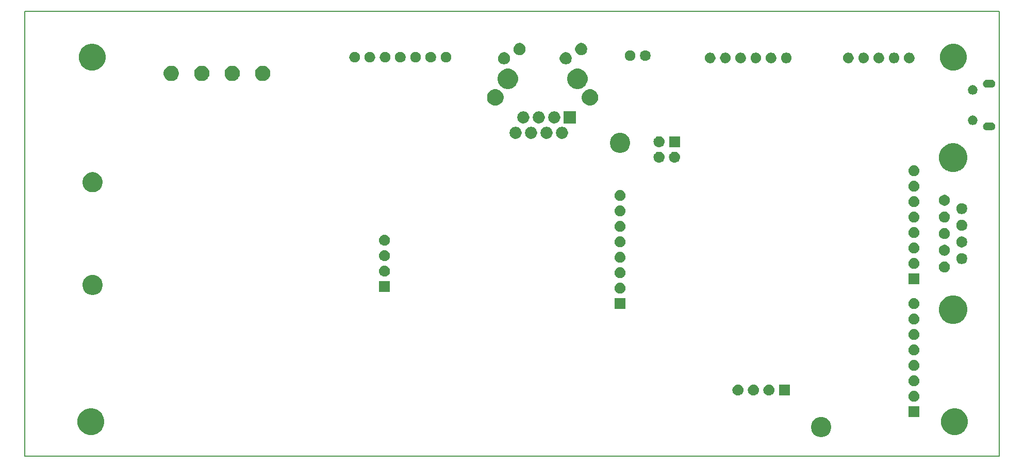
<source format=gbs>
G04 #@! TF.GenerationSoftware,KiCad,Pcbnew,5.0.2-bee76a0~70~ubuntu18.04.1*
G04 #@! TF.CreationDate,2019-04-25T00:48:29+02:00*
G04 #@! TF.ProjectId,mainPCB,6d61696e-5043-4422-9e6b-696361645f70,rev?*
G04 #@! TF.SameCoordinates,Original*
G04 #@! TF.FileFunction,Soldermask,Bot*
G04 #@! TF.FilePolarity,Negative*
%FSLAX46Y46*%
G04 Gerber Fmt 4.6, Leading zero omitted, Abs format (unit mm)*
G04 Created by KiCad (PCBNEW 5.0.2-bee76a0~70~ubuntu18.04.1) date Do 25 Apr 2019 00:48:29 CEST*
%MOMM*%
%LPD*%
G01*
G04 APERTURE LIST*
%ADD10C,0.150000*%
%ADD11C,0.100000*%
G04 APERTURE END LIST*
D10*
X17462500Y-37465000D02*
X17462500Y-110617000D01*
X177482500Y-37465000D02*
X17462500Y-37465000D01*
X177482500Y-110617000D02*
X177482500Y-37465000D01*
X17462500Y-110617000D02*
X177482500Y-110617000D01*
D11*
G36*
X148584256Y-104182298D02*
X148690579Y-104203447D01*
X148991042Y-104327903D01*
X149257852Y-104506180D01*
X149261454Y-104508587D01*
X149491413Y-104738546D01*
X149491415Y-104738549D01*
X149672097Y-105008958D01*
X149796553Y-105309421D01*
X149860000Y-105628391D01*
X149860000Y-105953609D01*
X149796553Y-106272579D01*
X149783099Y-106305059D01*
X149672098Y-106573040D01*
X149491413Y-106843454D01*
X149261454Y-107073413D01*
X149261451Y-107073415D01*
X148991042Y-107254097D01*
X148690579Y-107378553D01*
X148584256Y-107399702D01*
X148371611Y-107442000D01*
X148046389Y-107442000D01*
X147833744Y-107399702D01*
X147727421Y-107378553D01*
X147426958Y-107254097D01*
X147156549Y-107073415D01*
X147156546Y-107073413D01*
X146926587Y-106843454D01*
X146745902Y-106573040D01*
X146634901Y-106305059D01*
X146621447Y-106272579D01*
X146558000Y-105953609D01*
X146558000Y-105628391D01*
X146621447Y-105309421D01*
X146745903Y-105008958D01*
X146926585Y-104738549D01*
X146926587Y-104738546D01*
X147156546Y-104508587D01*
X147160148Y-104506180D01*
X147426958Y-104327903D01*
X147727421Y-104203447D01*
X147833744Y-104182298D01*
X148046389Y-104140000D01*
X148371611Y-104140000D01*
X148584256Y-104182298D01*
X148584256Y-104182298D01*
G37*
G36*
X170758506Y-102785582D02*
X171159065Y-102951499D01*
X171519559Y-103192373D01*
X171826127Y-103498941D01*
X172067001Y-103859435D01*
X172232918Y-104259994D01*
X172317500Y-104685219D01*
X172317500Y-105118781D01*
X172232918Y-105544006D01*
X172067001Y-105944565D01*
X171826127Y-106305059D01*
X171519559Y-106611627D01*
X171159065Y-106852501D01*
X170758506Y-107018418D01*
X170333281Y-107103000D01*
X169899719Y-107103000D01*
X169474494Y-107018418D01*
X169073935Y-106852501D01*
X168713441Y-106611627D01*
X168406873Y-106305059D01*
X168165999Y-105944565D01*
X168000082Y-105544006D01*
X167915500Y-105118781D01*
X167915500Y-104685219D01*
X168000082Y-104259994D01*
X168165999Y-103859435D01*
X168406873Y-103498941D01*
X168713441Y-103192373D01*
X169073935Y-102951499D01*
X169474494Y-102785582D01*
X169899719Y-102701000D01*
X170333281Y-102701000D01*
X170758506Y-102785582D01*
X170758506Y-102785582D01*
G37*
G36*
X28963006Y-102785582D02*
X29363565Y-102951499D01*
X29724059Y-103192373D01*
X30030627Y-103498941D01*
X30271501Y-103859435D01*
X30437418Y-104259994D01*
X30522000Y-104685219D01*
X30522000Y-105118781D01*
X30437418Y-105544006D01*
X30271501Y-105944565D01*
X30030627Y-106305059D01*
X29724059Y-106611627D01*
X29363565Y-106852501D01*
X28963006Y-107018418D01*
X28537781Y-107103000D01*
X28104219Y-107103000D01*
X27678994Y-107018418D01*
X27278435Y-106852501D01*
X26917941Y-106611627D01*
X26611373Y-106305059D01*
X26370499Y-105944565D01*
X26204582Y-105544006D01*
X26120000Y-105118781D01*
X26120000Y-104685219D01*
X26204582Y-104259994D01*
X26370499Y-103859435D01*
X26611373Y-103498941D01*
X26917941Y-103192373D01*
X27278435Y-102951499D01*
X27678994Y-102785582D01*
X28104219Y-102701000D01*
X28537781Y-102701000D01*
X28963006Y-102785582D01*
X28963006Y-102785582D01*
G37*
G36*
X164350000Y-104152000D02*
X162548000Y-104152000D01*
X162548000Y-102350000D01*
X164350000Y-102350000D01*
X164350000Y-104152000D01*
X164350000Y-104152000D01*
G37*
G36*
X163559442Y-99816518D02*
X163625627Y-99823037D01*
X163738853Y-99857384D01*
X163795467Y-99874557D01*
X163934087Y-99948652D01*
X163951991Y-99958222D01*
X163987729Y-99987552D01*
X164089186Y-100070814D01*
X164172448Y-100172271D01*
X164201778Y-100208009D01*
X164201779Y-100208011D01*
X164285443Y-100364533D01*
X164285443Y-100364534D01*
X164336963Y-100534373D01*
X164354359Y-100711000D01*
X164336963Y-100887627D01*
X164302616Y-101000853D01*
X164285443Y-101057467D01*
X164211348Y-101196087D01*
X164201778Y-101213991D01*
X164172448Y-101249729D01*
X164089186Y-101351186D01*
X163987729Y-101434448D01*
X163951991Y-101463778D01*
X163951989Y-101463779D01*
X163795467Y-101547443D01*
X163738853Y-101564616D01*
X163625627Y-101598963D01*
X163559442Y-101605482D01*
X163493260Y-101612000D01*
X163404740Y-101612000D01*
X163338557Y-101605481D01*
X163272373Y-101598963D01*
X163159147Y-101564616D01*
X163102533Y-101547443D01*
X162946011Y-101463779D01*
X162946009Y-101463778D01*
X162910271Y-101434448D01*
X162808814Y-101351186D01*
X162725552Y-101249729D01*
X162696222Y-101213991D01*
X162686652Y-101196087D01*
X162612557Y-101057467D01*
X162595384Y-101000853D01*
X162561037Y-100887627D01*
X162543641Y-100711000D01*
X162561037Y-100534373D01*
X162612557Y-100364534D01*
X162612557Y-100364533D01*
X162696221Y-100208011D01*
X162696222Y-100208009D01*
X162725552Y-100172271D01*
X162808814Y-100070814D01*
X162910271Y-99987552D01*
X162946009Y-99958222D01*
X162963913Y-99948652D01*
X163102533Y-99874557D01*
X163159147Y-99857384D01*
X163272373Y-99823037D01*
X163338558Y-99816518D01*
X163404740Y-99810000D01*
X163493260Y-99810000D01*
X163559442Y-99816518D01*
X163559442Y-99816518D01*
G37*
G36*
X139746943Y-98800519D02*
X139813127Y-98807037D01*
X139926353Y-98841384D01*
X139982967Y-98858557D01*
X140104985Y-98923778D01*
X140139491Y-98942222D01*
X140175229Y-98971552D01*
X140276686Y-99054814D01*
X140359948Y-99156271D01*
X140389278Y-99192009D01*
X140389279Y-99192011D01*
X140472943Y-99348533D01*
X140472943Y-99348534D01*
X140524463Y-99518373D01*
X140541859Y-99695000D01*
X140524463Y-99871627D01*
X140523574Y-99874557D01*
X140472943Y-100041467D01*
X140457256Y-100070814D01*
X140389278Y-100197991D01*
X140359948Y-100233729D01*
X140276686Y-100335186D01*
X140175229Y-100418448D01*
X140139491Y-100447778D01*
X140139489Y-100447779D01*
X139982967Y-100531443D01*
X139926353Y-100548616D01*
X139813127Y-100582963D01*
X139746943Y-100589481D01*
X139680760Y-100596000D01*
X139592240Y-100596000D01*
X139526057Y-100589481D01*
X139459873Y-100582963D01*
X139346647Y-100548616D01*
X139290033Y-100531443D01*
X139133511Y-100447779D01*
X139133509Y-100447778D01*
X139097771Y-100418448D01*
X138996314Y-100335186D01*
X138913052Y-100233729D01*
X138883722Y-100197991D01*
X138815744Y-100070814D01*
X138800057Y-100041467D01*
X138749426Y-99874557D01*
X138748537Y-99871627D01*
X138731141Y-99695000D01*
X138748537Y-99518373D01*
X138800057Y-99348534D01*
X138800057Y-99348533D01*
X138883721Y-99192011D01*
X138883722Y-99192009D01*
X138913052Y-99156271D01*
X138996314Y-99054814D01*
X139097771Y-98971552D01*
X139133509Y-98942222D01*
X139168015Y-98923778D01*
X139290033Y-98858557D01*
X139346647Y-98841384D01*
X139459873Y-98807037D01*
X139526057Y-98800519D01*
X139592240Y-98794000D01*
X139680760Y-98794000D01*
X139746943Y-98800519D01*
X139746943Y-98800519D01*
G37*
G36*
X143077500Y-100596000D02*
X141275500Y-100596000D01*
X141275500Y-98794000D01*
X143077500Y-98794000D01*
X143077500Y-100596000D01*
X143077500Y-100596000D01*
G37*
G36*
X137206943Y-98800519D02*
X137273127Y-98807037D01*
X137386353Y-98841384D01*
X137442967Y-98858557D01*
X137564985Y-98923778D01*
X137599491Y-98942222D01*
X137635229Y-98971552D01*
X137736686Y-99054814D01*
X137819948Y-99156271D01*
X137849278Y-99192009D01*
X137849279Y-99192011D01*
X137932943Y-99348533D01*
X137932943Y-99348534D01*
X137984463Y-99518373D01*
X138001859Y-99695000D01*
X137984463Y-99871627D01*
X137983574Y-99874557D01*
X137932943Y-100041467D01*
X137917256Y-100070814D01*
X137849278Y-100197991D01*
X137819948Y-100233729D01*
X137736686Y-100335186D01*
X137635229Y-100418448D01*
X137599491Y-100447778D01*
X137599489Y-100447779D01*
X137442967Y-100531443D01*
X137386353Y-100548616D01*
X137273127Y-100582963D01*
X137206943Y-100589481D01*
X137140760Y-100596000D01*
X137052240Y-100596000D01*
X136986057Y-100589481D01*
X136919873Y-100582963D01*
X136806647Y-100548616D01*
X136750033Y-100531443D01*
X136593511Y-100447779D01*
X136593509Y-100447778D01*
X136557771Y-100418448D01*
X136456314Y-100335186D01*
X136373052Y-100233729D01*
X136343722Y-100197991D01*
X136275744Y-100070814D01*
X136260057Y-100041467D01*
X136209426Y-99874557D01*
X136208537Y-99871627D01*
X136191141Y-99695000D01*
X136208537Y-99518373D01*
X136260057Y-99348534D01*
X136260057Y-99348533D01*
X136343721Y-99192011D01*
X136343722Y-99192009D01*
X136373052Y-99156271D01*
X136456314Y-99054814D01*
X136557771Y-98971552D01*
X136593509Y-98942222D01*
X136628015Y-98923778D01*
X136750033Y-98858557D01*
X136806647Y-98841384D01*
X136919873Y-98807037D01*
X136986057Y-98800519D01*
X137052240Y-98794000D01*
X137140760Y-98794000D01*
X137206943Y-98800519D01*
X137206943Y-98800519D01*
G37*
G36*
X134666943Y-98800519D02*
X134733127Y-98807037D01*
X134846353Y-98841384D01*
X134902967Y-98858557D01*
X135024985Y-98923778D01*
X135059491Y-98942222D01*
X135095229Y-98971552D01*
X135196686Y-99054814D01*
X135279948Y-99156271D01*
X135309278Y-99192009D01*
X135309279Y-99192011D01*
X135392943Y-99348533D01*
X135392943Y-99348534D01*
X135444463Y-99518373D01*
X135461859Y-99695000D01*
X135444463Y-99871627D01*
X135443574Y-99874557D01*
X135392943Y-100041467D01*
X135377256Y-100070814D01*
X135309278Y-100197991D01*
X135279948Y-100233729D01*
X135196686Y-100335186D01*
X135095229Y-100418448D01*
X135059491Y-100447778D01*
X135059489Y-100447779D01*
X134902967Y-100531443D01*
X134846353Y-100548616D01*
X134733127Y-100582963D01*
X134666943Y-100589481D01*
X134600760Y-100596000D01*
X134512240Y-100596000D01*
X134446057Y-100589481D01*
X134379873Y-100582963D01*
X134266647Y-100548616D01*
X134210033Y-100531443D01*
X134053511Y-100447779D01*
X134053509Y-100447778D01*
X134017771Y-100418448D01*
X133916314Y-100335186D01*
X133833052Y-100233729D01*
X133803722Y-100197991D01*
X133735744Y-100070814D01*
X133720057Y-100041467D01*
X133669426Y-99874557D01*
X133668537Y-99871627D01*
X133651141Y-99695000D01*
X133668537Y-99518373D01*
X133720057Y-99348534D01*
X133720057Y-99348533D01*
X133803721Y-99192011D01*
X133803722Y-99192009D01*
X133833052Y-99156271D01*
X133916314Y-99054814D01*
X134017771Y-98971552D01*
X134053509Y-98942222D01*
X134088015Y-98923778D01*
X134210033Y-98858557D01*
X134266647Y-98841384D01*
X134379873Y-98807037D01*
X134446057Y-98800519D01*
X134512240Y-98794000D01*
X134600760Y-98794000D01*
X134666943Y-98800519D01*
X134666943Y-98800519D01*
G37*
G36*
X163559443Y-97276519D02*
X163625627Y-97283037D01*
X163738853Y-97317384D01*
X163795467Y-97334557D01*
X163934087Y-97408652D01*
X163951991Y-97418222D01*
X163987729Y-97447552D01*
X164089186Y-97530814D01*
X164172448Y-97632271D01*
X164201778Y-97668009D01*
X164201779Y-97668011D01*
X164285443Y-97824533D01*
X164285443Y-97824534D01*
X164336963Y-97994373D01*
X164354359Y-98171000D01*
X164336963Y-98347627D01*
X164302616Y-98460853D01*
X164285443Y-98517467D01*
X164211348Y-98656087D01*
X164201778Y-98673991D01*
X164172448Y-98709729D01*
X164089186Y-98811186D01*
X163987729Y-98894448D01*
X163951991Y-98923778D01*
X163951989Y-98923779D01*
X163795467Y-99007443D01*
X163738853Y-99024616D01*
X163625627Y-99058963D01*
X163559442Y-99065482D01*
X163493260Y-99072000D01*
X163404740Y-99072000D01*
X163338558Y-99065482D01*
X163272373Y-99058963D01*
X163159147Y-99024616D01*
X163102533Y-99007443D01*
X162946011Y-98923779D01*
X162946009Y-98923778D01*
X162910271Y-98894448D01*
X162808814Y-98811186D01*
X162725552Y-98709729D01*
X162696222Y-98673991D01*
X162686652Y-98656087D01*
X162612557Y-98517467D01*
X162595384Y-98460853D01*
X162561037Y-98347627D01*
X162543641Y-98171000D01*
X162561037Y-97994373D01*
X162612557Y-97824534D01*
X162612557Y-97824533D01*
X162696221Y-97668011D01*
X162696222Y-97668009D01*
X162725552Y-97632271D01*
X162808814Y-97530814D01*
X162910271Y-97447552D01*
X162946009Y-97418222D01*
X162963913Y-97408652D01*
X163102533Y-97334557D01*
X163159147Y-97317384D01*
X163272373Y-97283037D01*
X163338557Y-97276519D01*
X163404740Y-97270000D01*
X163493260Y-97270000D01*
X163559443Y-97276519D01*
X163559443Y-97276519D01*
G37*
G36*
X163559442Y-94736518D02*
X163625627Y-94743037D01*
X163738853Y-94777384D01*
X163795467Y-94794557D01*
X163934087Y-94868652D01*
X163951991Y-94878222D01*
X163987729Y-94907552D01*
X164089186Y-94990814D01*
X164172448Y-95092271D01*
X164201778Y-95128009D01*
X164201779Y-95128011D01*
X164285443Y-95284533D01*
X164285443Y-95284534D01*
X164336963Y-95454373D01*
X164354359Y-95631000D01*
X164336963Y-95807627D01*
X164302616Y-95920853D01*
X164285443Y-95977467D01*
X164211348Y-96116087D01*
X164201778Y-96133991D01*
X164172448Y-96169729D01*
X164089186Y-96271186D01*
X163987729Y-96354448D01*
X163951991Y-96383778D01*
X163951989Y-96383779D01*
X163795467Y-96467443D01*
X163738853Y-96484616D01*
X163625627Y-96518963D01*
X163559443Y-96525481D01*
X163493260Y-96532000D01*
X163404740Y-96532000D01*
X163338557Y-96525481D01*
X163272373Y-96518963D01*
X163159147Y-96484616D01*
X163102533Y-96467443D01*
X162946011Y-96383779D01*
X162946009Y-96383778D01*
X162910271Y-96354448D01*
X162808814Y-96271186D01*
X162725552Y-96169729D01*
X162696222Y-96133991D01*
X162686652Y-96116087D01*
X162612557Y-95977467D01*
X162595384Y-95920853D01*
X162561037Y-95807627D01*
X162543641Y-95631000D01*
X162561037Y-95454373D01*
X162612557Y-95284534D01*
X162612557Y-95284533D01*
X162696221Y-95128011D01*
X162696222Y-95128009D01*
X162725552Y-95092271D01*
X162808814Y-94990814D01*
X162910271Y-94907552D01*
X162946009Y-94878222D01*
X162963913Y-94868652D01*
X163102533Y-94794557D01*
X163159147Y-94777384D01*
X163272373Y-94743037D01*
X163338557Y-94736519D01*
X163404740Y-94730000D01*
X163493260Y-94730000D01*
X163559442Y-94736518D01*
X163559442Y-94736518D01*
G37*
G36*
X163559442Y-92196518D02*
X163625627Y-92203037D01*
X163738853Y-92237384D01*
X163795467Y-92254557D01*
X163934087Y-92328652D01*
X163951991Y-92338222D01*
X163987729Y-92367552D01*
X164089186Y-92450814D01*
X164172448Y-92552271D01*
X164201778Y-92588009D01*
X164201779Y-92588011D01*
X164285443Y-92744533D01*
X164285443Y-92744534D01*
X164336963Y-92914373D01*
X164354359Y-93091000D01*
X164336963Y-93267627D01*
X164302616Y-93380853D01*
X164285443Y-93437467D01*
X164211348Y-93576087D01*
X164201778Y-93593991D01*
X164172448Y-93629729D01*
X164089186Y-93731186D01*
X163987729Y-93814448D01*
X163951991Y-93843778D01*
X163951989Y-93843779D01*
X163795467Y-93927443D01*
X163738853Y-93944616D01*
X163625627Y-93978963D01*
X163559442Y-93985482D01*
X163493260Y-93992000D01*
X163404740Y-93992000D01*
X163338558Y-93985482D01*
X163272373Y-93978963D01*
X163159147Y-93944616D01*
X163102533Y-93927443D01*
X162946011Y-93843779D01*
X162946009Y-93843778D01*
X162910271Y-93814448D01*
X162808814Y-93731186D01*
X162725552Y-93629729D01*
X162696222Y-93593991D01*
X162686652Y-93576087D01*
X162612557Y-93437467D01*
X162595384Y-93380853D01*
X162561037Y-93267627D01*
X162543641Y-93091000D01*
X162561037Y-92914373D01*
X162612557Y-92744534D01*
X162612557Y-92744533D01*
X162696221Y-92588011D01*
X162696222Y-92588009D01*
X162725552Y-92552271D01*
X162808814Y-92450814D01*
X162910271Y-92367552D01*
X162946009Y-92338222D01*
X162963913Y-92328652D01*
X163102533Y-92254557D01*
X163159147Y-92237384D01*
X163272373Y-92203037D01*
X163338558Y-92196518D01*
X163404740Y-92190000D01*
X163493260Y-92190000D01*
X163559442Y-92196518D01*
X163559442Y-92196518D01*
G37*
G36*
X163559443Y-89656519D02*
X163625627Y-89663037D01*
X163738853Y-89697384D01*
X163795467Y-89714557D01*
X163934087Y-89788652D01*
X163951991Y-89798222D01*
X163987729Y-89827552D01*
X164089186Y-89910814D01*
X164172448Y-90012271D01*
X164201778Y-90048009D01*
X164201779Y-90048011D01*
X164285443Y-90204533D01*
X164285443Y-90204534D01*
X164336963Y-90374373D01*
X164354359Y-90551000D01*
X164336963Y-90727627D01*
X164302616Y-90840853D01*
X164285443Y-90897467D01*
X164211348Y-91036087D01*
X164201778Y-91053991D01*
X164172448Y-91089729D01*
X164089186Y-91191186D01*
X163987729Y-91274448D01*
X163951991Y-91303778D01*
X163951989Y-91303779D01*
X163795467Y-91387443D01*
X163738853Y-91404616D01*
X163625627Y-91438963D01*
X163559443Y-91445481D01*
X163493260Y-91452000D01*
X163404740Y-91452000D01*
X163338557Y-91445481D01*
X163272373Y-91438963D01*
X163159147Y-91404616D01*
X163102533Y-91387443D01*
X162946011Y-91303779D01*
X162946009Y-91303778D01*
X162910271Y-91274448D01*
X162808814Y-91191186D01*
X162725552Y-91089729D01*
X162696222Y-91053991D01*
X162686652Y-91036087D01*
X162612557Y-90897467D01*
X162595384Y-90840853D01*
X162561037Y-90727627D01*
X162543641Y-90551000D01*
X162561037Y-90374373D01*
X162612557Y-90204534D01*
X162612557Y-90204533D01*
X162696221Y-90048011D01*
X162696222Y-90048009D01*
X162725552Y-90012271D01*
X162808814Y-89910814D01*
X162910271Y-89827552D01*
X162946009Y-89798222D01*
X162963913Y-89788652D01*
X163102533Y-89714557D01*
X163159147Y-89697384D01*
X163272373Y-89663037D01*
X163338557Y-89656519D01*
X163404740Y-89650000D01*
X163493260Y-89650000D01*
X163559443Y-89656519D01*
X163559443Y-89656519D01*
G37*
G36*
X163559443Y-87116519D02*
X163625627Y-87123037D01*
X163738853Y-87157384D01*
X163795467Y-87174557D01*
X163934087Y-87248652D01*
X163951991Y-87258222D01*
X163987729Y-87287552D01*
X164089186Y-87370814D01*
X164172448Y-87472271D01*
X164201778Y-87508009D01*
X164201779Y-87508011D01*
X164285443Y-87664533D01*
X164285443Y-87664534D01*
X164336963Y-87834373D01*
X164354359Y-88011000D01*
X164336963Y-88187627D01*
X164303288Y-88298639D01*
X164285443Y-88357467D01*
X164211348Y-88496087D01*
X164201778Y-88513991D01*
X164172448Y-88549729D01*
X164089186Y-88651186D01*
X163989309Y-88733152D01*
X163951991Y-88763778D01*
X163951989Y-88763779D01*
X163795467Y-88847443D01*
X163738853Y-88864616D01*
X163625627Y-88898963D01*
X163559442Y-88905482D01*
X163493260Y-88912000D01*
X163404740Y-88912000D01*
X163338558Y-88905482D01*
X163272373Y-88898963D01*
X163159147Y-88864616D01*
X163102533Y-88847443D01*
X162946011Y-88763779D01*
X162946009Y-88763778D01*
X162908691Y-88733152D01*
X162808814Y-88651186D01*
X162725552Y-88549729D01*
X162696222Y-88513991D01*
X162686652Y-88496087D01*
X162612557Y-88357467D01*
X162594712Y-88298639D01*
X162561037Y-88187627D01*
X162543641Y-88011000D01*
X162561037Y-87834373D01*
X162612557Y-87664534D01*
X162612557Y-87664533D01*
X162696221Y-87508011D01*
X162696222Y-87508009D01*
X162725552Y-87472271D01*
X162808814Y-87370814D01*
X162910271Y-87287552D01*
X162946009Y-87258222D01*
X162963913Y-87248652D01*
X163102533Y-87174557D01*
X163159147Y-87157384D01*
X163272373Y-87123037D01*
X163338557Y-87116519D01*
X163404740Y-87110000D01*
X163493260Y-87110000D01*
X163559443Y-87116519D01*
X163559443Y-87116519D01*
G37*
G36*
X170573261Y-84211848D02*
X171001116Y-84389071D01*
X171291407Y-84583037D01*
X171386178Y-84646361D01*
X171713639Y-84973822D01*
X171713641Y-84973825D01*
X171970929Y-85358884D01*
X172148152Y-85786739D01*
X172238500Y-86240947D01*
X172238500Y-86704053D01*
X172148152Y-87158261D01*
X171970929Y-87586116D01*
X171805049Y-87834373D01*
X171713639Y-87971178D01*
X171386178Y-88298639D01*
X171386175Y-88298641D01*
X171001116Y-88555929D01*
X170573261Y-88733152D01*
X170119054Y-88823500D01*
X169655946Y-88823500D01*
X169201739Y-88733152D01*
X168773884Y-88555929D01*
X168388825Y-88298641D01*
X168388822Y-88298639D01*
X168061361Y-87971178D01*
X167969951Y-87834373D01*
X167804071Y-87586116D01*
X167626848Y-87158261D01*
X167536500Y-86704053D01*
X167536500Y-86240947D01*
X167626848Y-85786739D01*
X167804071Y-85358884D01*
X168061359Y-84973825D01*
X168061361Y-84973822D01*
X168388822Y-84646361D01*
X168483593Y-84583037D01*
X168773884Y-84389071D01*
X169201739Y-84211848D01*
X169655946Y-84121500D01*
X170119054Y-84121500D01*
X170573261Y-84211848D01*
X170573261Y-84211848D01*
G37*
G36*
X116090000Y-86372000D02*
X114288000Y-86372000D01*
X114288000Y-84570000D01*
X116090000Y-84570000D01*
X116090000Y-86372000D01*
X116090000Y-86372000D01*
G37*
G36*
X163559443Y-84576519D02*
X163625627Y-84583037D01*
X163738853Y-84617384D01*
X163795467Y-84634557D01*
X163817550Y-84646361D01*
X163951991Y-84718222D01*
X163987729Y-84747552D01*
X164089186Y-84830814D01*
X164172448Y-84932271D01*
X164201778Y-84968009D01*
X164201779Y-84968011D01*
X164285443Y-85124533D01*
X164285443Y-85124534D01*
X164336963Y-85294373D01*
X164354359Y-85471000D01*
X164336963Y-85647627D01*
X164302616Y-85760853D01*
X164285443Y-85817467D01*
X164211348Y-85956087D01*
X164201778Y-85973991D01*
X164172448Y-86009729D01*
X164089186Y-86111186D01*
X163987729Y-86194448D01*
X163951991Y-86223778D01*
X163951989Y-86223779D01*
X163795467Y-86307443D01*
X163738853Y-86324616D01*
X163625627Y-86358963D01*
X163559443Y-86365481D01*
X163493260Y-86372000D01*
X163404740Y-86372000D01*
X163338557Y-86365481D01*
X163272373Y-86358963D01*
X163159147Y-86324616D01*
X163102533Y-86307443D01*
X162946011Y-86223779D01*
X162946009Y-86223778D01*
X162910271Y-86194448D01*
X162808814Y-86111186D01*
X162725552Y-86009729D01*
X162696222Y-85973991D01*
X162686652Y-85956087D01*
X162612557Y-85817467D01*
X162595384Y-85760853D01*
X162561037Y-85647627D01*
X162543641Y-85471000D01*
X162561037Y-85294373D01*
X162612557Y-85124534D01*
X162612557Y-85124533D01*
X162696221Y-84968011D01*
X162696222Y-84968009D01*
X162725552Y-84932271D01*
X162808814Y-84830814D01*
X162910271Y-84747552D01*
X162946009Y-84718222D01*
X163080450Y-84646361D01*
X163102533Y-84634557D01*
X163159147Y-84617384D01*
X163272373Y-84583037D01*
X163338557Y-84576519D01*
X163404740Y-84570000D01*
X163493260Y-84570000D01*
X163559443Y-84576519D01*
X163559443Y-84576519D01*
G37*
G36*
X28950256Y-80814298D02*
X29056579Y-80835447D01*
X29357042Y-80959903D01*
X29463724Y-81031186D01*
X29627454Y-81140587D01*
X29857413Y-81370546D01*
X30038098Y-81640960D01*
X30162553Y-81941422D01*
X30209656Y-82178221D01*
X30226000Y-82260391D01*
X30226000Y-82585609D01*
X30162553Y-82904579D01*
X30038097Y-83205042D01*
X29989704Y-83277467D01*
X29857413Y-83475454D01*
X29627454Y-83705413D01*
X29627451Y-83705415D01*
X29357042Y-83886097D01*
X29056579Y-84010553D01*
X28950256Y-84031702D01*
X28737611Y-84074000D01*
X28412389Y-84074000D01*
X28199744Y-84031702D01*
X28093421Y-84010553D01*
X27792958Y-83886097D01*
X27522549Y-83705415D01*
X27522546Y-83705413D01*
X27292587Y-83475454D01*
X27160296Y-83277467D01*
X27111903Y-83205042D01*
X26987447Y-82904579D01*
X26924000Y-82585609D01*
X26924000Y-82260391D01*
X26940345Y-82178221D01*
X26987447Y-81941422D01*
X27111902Y-81640960D01*
X27292587Y-81370546D01*
X27522546Y-81140587D01*
X27686276Y-81031186D01*
X27792958Y-80959903D01*
X28093421Y-80835447D01*
X28199744Y-80814298D01*
X28412389Y-80772000D01*
X28737611Y-80772000D01*
X28950256Y-80814298D01*
X28950256Y-80814298D01*
G37*
G36*
X115299442Y-82036518D02*
X115365627Y-82043037D01*
X115478853Y-82077384D01*
X115535467Y-82094557D01*
X115674087Y-82168652D01*
X115691991Y-82178222D01*
X115727729Y-82207552D01*
X115829186Y-82290814D01*
X115912448Y-82392271D01*
X115941778Y-82428009D01*
X115941779Y-82428011D01*
X116025443Y-82584533D01*
X116025443Y-82584534D01*
X116076963Y-82754373D01*
X116094359Y-82931000D01*
X116076963Y-83107627D01*
X116042616Y-83220853D01*
X116025443Y-83277467D01*
X115951348Y-83416087D01*
X115941778Y-83433991D01*
X115912448Y-83469729D01*
X115829186Y-83571186D01*
X115727729Y-83654448D01*
X115691991Y-83683778D01*
X115691989Y-83683779D01*
X115535467Y-83767443D01*
X115478853Y-83784616D01*
X115365627Y-83818963D01*
X115299442Y-83825482D01*
X115233260Y-83832000D01*
X115144740Y-83832000D01*
X115078558Y-83825482D01*
X115012373Y-83818963D01*
X114899147Y-83784616D01*
X114842533Y-83767443D01*
X114686011Y-83683779D01*
X114686009Y-83683778D01*
X114650271Y-83654448D01*
X114548814Y-83571186D01*
X114465552Y-83469729D01*
X114436222Y-83433991D01*
X114426652Y-83416087D01*
X114352557Y-83277467D01*
X114335384Y-83220853D01*
X114301037Y-83107627D01*
X114283641Y-82931000D01*
X114301037Y-82754373D01*
X114352557Y-82584534D01*
X114352557Y-82584533D01*
X114436221Y-82428011D01*
X114436222Y-82428009D01*
X114465552Y-82392271D01*
X114548814Y-82290814D01*
X114650271Y-82207552D01*
X114686009Y-82178222D01*
X114703913Y-82168652D01*
X114842533Y-82094557D01*
X114899147Y-82077384D01*
X115012373Y-82043037D01*
X115078558Y-82036518D01*
X115144740Y-82030000D01*
X115233260Y-82030000D01*
X115299442Y-82036518D01*
X115299442Y-82036518D01*
G37*
G36*
X77418500Y-83578000D02*
X75616500Y-83578000D01*
X75616500Y-81776000D01*
X77418500Y-81776000D01*
X77418500Y-83578000D01*
X77418500Y-83578000D01*
G37*
G36*
X164350000Y-82308000D02*
X162548000Y-82308000D01*
X162548000Y-80506000D01*
X164350000Y-80506000D01*
X164350000Y-82308000D01*
X164350000Y-82308000D01*
G37*
G36*
X115299443Y-79496519D02*
X115365627Y-79503037D01*
X115478853Y-79537384D01*
X115535467Y-79554557D01*
X115657485Y-79619778D01*
X115691991Y-79638222D01*
X115727729Y-79667552D01*
X115829186Y-79750814D01*
X115912448Y-79852271D01*
X115941778Y-79888009D01*
X115941779Y-79888011D01*
X116025443Y-80044533D01*
X116025443Y-80044534D01*
X116076963Y-80214373D01*
X116094359Y-80391000D01*
X116076963Y-80567627D01*
X116042616Y-80680853D01*
X116025443Y-80737467D01*
X116006984Y-80772000D01*
X115941778Y-80893991D01*
X115912448Y-80929729D01*
X115829186Y-81031186D01*
X115727729Y-81114448D01*
X115691991Y-81143778D01*
X115691989Y-81143779D01*
X115535467Y-81227443D01*
X115478853Y-81244616D01*
X115365627Y-81278963D01*
X115299443Y-81285481D01*
X115233260Y-81292000D01*
X115144740Y-81292000D01*
X115078557Y-81285481D01*
X115012373Y-81278963D01*
X114899147Y-81244616D01*
X114842533Y-81227443D01*
X114686011Y-81143779D01*
X114686009Y-81143778D01*
X114650271Y-81114448D01*
X114548814Y-81031186D01*
X114465552Y-80929729D01*
X114436222Y-80893991D01*
X114371016Y-80772000D01*
X114352557Y-80737467D01*
X114335384Y-80680853D01*
X114301037Y-80567627D01*
X114283641Y-80391000D01*
X114301037Y-80214373D01*
X114352557Y-80044534D01*
X114352557Y-80044533D01*
X114436221Y-79888011D01*
X114436222Y-79888009D01*
X114465552Y-79852271D01*
X114548814Y-79750814D01*
X114650271Y-79667552D01*
X114686009Y-79638222D01*
X114720515Y-79619778D01*
X114842533Y-79554557D01*
X114899147Y-79537384D01*
X115012373Y-79503037D01*
X115078557Y-79496519D01*
X115144740Y-79490000D01*
X115233260Y-79490000D01*
X115299443Y-79496519D01*
X115299443Y-79496519D01*
G37*
G36*
X76627942Y-79242518D02*
X76694127Y-79249037D01*
X76807353Y-79283384D01*
X76863967Y-79300557D01*
X76991562Y-79368759D01*
X77020491Y-79384222D01*
X77056229Y-79413552D01*
X77157686Y-79496814D01*
X77240948Y-79598271D01*
X77270278Y-79634009D01*
X77270279Y-79634011D01*
X77353943Y-79790533D01*
X77353943Y-79790534D01*
X77405463Y-79960373D01*
X77422859Y-80137000D01*
X77405463Y-80313627D01*
X77391851Y-80358500D01*
X77353943Y-80483467D01*
X77308959Y-80567625D01*
X77270278Y-80639991D01*
X77240948Y-80675729D01*
X77157686Y-80777186D01*
X77056229Y-80860448D01*
X77020491Y-80889778D01*
X77020489Y-80889779D01*
X76863967Y-80973443D01*
X76807353Y-80990616D01*
X76694127Y-81024963D01*
X76630953Y-81031185D01*
X76561760Y-81038000D01*
X76473240Y-81038000D01*
X76404047Y-81031185D01*
X76340873Y-81024963D01*
X76227647Y-80990616D01*
X76171033Y-80973443D01*
X76014511Y-80889779D01*
X76014509Y-80889778D01*
X75978771Y-80860448D01*
X75877314Y-80777186D01*
X75794052Y-80675729D01*
X75764722Y-80639991D01*
X75726041Y-80567625D01*
X75681057Y-80483467D01*
X75643149Y-80358500D01*
X75629537Y-80313627D01*
X75612141Y-80137000D01*
X75629537Y-79960373D01*
X75681057Y-79790534D01*
X75681057Y-79790533D01*
X75764721Y-79634011D01*
X75764722Y-79634009D01*
X75794052Y-79598271D01*
X75877314Y-79496814D01*
X75978771Y-79413552D01*
X76014509Y-79384222D01*
X76043438Y-79368759D01*
X76171033Y-79300557D01*
X76227647Y-79283384D01*
X76340873Y-79249037D01*
X76407058Y-79242518D01*
X76473240Y-79236000D01*
X76561760Y-79236000D01*
X76627942Y-79242518D01*
X76627942Y-79242518D01*
G37*
G36*
X168730312Y-78591124D02*
X168894284Y-78659044D01*
X169041854Y-78757647D01*
X169167353Y-78883146D01*
X169265956Y-79030716D01*
X169333876Y-79194688D01*
X169368500Y-79368759D01*
X169368500Y-79546241D01*
X169333876Y-79720312D01*
X169265956Y-79884284D01*
X169167353Y-80031854D01*
X169041854Y-80157353D01*
X168894284Y-80255956D01*
X168730312Y-80323876D01*
X168556241Y-80358500D01*
X168378759Y-80358500D01*
X168204688Y-80323876D01*
X168040716Y-80255956D01*
X167893146Y-80157353D01*
X167767647Y-80031854D01*
X167669044Y-79884284D01*
X167601124Y-79720312D01*
X167566500Y-79546241D01*
X167566500Y-79368759D01*
X167601124Y-79194688D01*
X167669044Y-79030716D01*
X167767647Y-78883146D01*
X167893146Y-78757647D01*
X168040716Y-78659044D01*
X168204688Y-78591124D01*
X168378759Y-78556500D01*
X168556241Y-78556500D01*
X168730312Y-78591124D01*
X168730312Y-78591124D01*
G37*
G36*
X163559443Y-77972519D02*
X163625627Y-77979037D01*
X163738853Y-78013384D01*
X163795467Y-78030557D01*
X163925363Y-78099989D01*
X163951991Y-78114222D01*
X163987729Y-78143552D01*
X164089186Y-78226814D01*
X164172448Y-78328271D01*
X164201778Y-78364009D01*
X164201779Y-78364011D01*
X164285443Y-78520533D01*
X164285443Y-78520534D01*
X164336963Y-78690373D01*
X164354359Y-78867000D01*
X164336963Y-79043627D01*
X164302616Y-79156853D01*
X164285443Y-79213467D01*
X164266430Y-79249037D01*
X164201778Y-79369991D01*
X164172448Y-79405729D01*
X164089186Y-79507186D01*
X163987729Y-79590448D01*
X163951991Y-79619778D01*
X163951989Y-79619779D01*
X163795467Y-79703443D01*
X163739856Y-79720312D01*
X163625627Y-79754963D01*
X163559442Y-79761482D01*
X163493260Y-79768000D01*
X163404740Y-79768000D01*
X163338558Y-79761482D01*
X163272373Y-79754963D01*
X163158144Y-79720312D01*
X163102533Y-79703443D01*
X162946011Y-79619779D01*
X162946009Y-79619778D01*
X162910271Y-79590448D01*
X162808814Y-79507186D01*
X162725552Y-79405729D01*
X162696222Y-79369991D01*
X162631570Y-79249037D01*
X162612557Y-79213467D01*
X162595384Y-79156853D01*
X162561037Y-79043627D01*
X162543641Y-78867000D01*
X162561037Y-78690373D01*
X162612557Y-78520534D01*
X162612557Y-78520533D01*
X162696221Y-78364011D01*
X162696222Y-78364009D01*
X162725552Y-78328271D01*
X162808814Y-78226814D01*
X162910271Y-78143552D01*
X162946009Y-78114222D01*
X162972637Y-78099989D01*
X163102533Y-78030557D01*
X163159147Y-78013384D01*
X163272373Y-77979037D01*
X163338557Y-77972519D01*
X163404740Y-77966000D01*
X163493260Y-77966000D01*
X163559443Y-77972519D01*
X163559443Y-77972519D01*
G37*
G36*
X171570312Y-77221124D02*
X171734284Y-77289044D01*
X171881854Y-77387647D01*
X172007353Y-77513146D01*
X172105956Y-77660716D01*
X172173876Y-77824688D01*
X172208500Y-77998759D01*
X172208500Y-78176241D01*
X172173876Y-78350312D01*
X172105956Y-78514284D01*
X172007353Y-78661854D01*
X171881854Y-78787353D01*
X171734284Y-78885956D01*
X171570312Y-78953876D01*
X171396241Y-78988500D01*
X171218759Y-78988500D01*
X171044688Y-78953876D01*
X170880716Y-78885956D01*
X170733146Y-78787353D01*
X170607647Y-78661854D01*
X170509044Y-78514284D01*
X170441124Y-78350312D01*
X170406500Y-78176241D01*
X170406500Y-77998759D01*
X170441124Y-77824688D01*
X170509044Y-77660716D01*
X170607647Y-77513146D01*
X170733146Y-77387647D01*
X170880716Y-77289044D01*
X171044688Y-77221124D01*
X171218759Y-77186500D01*
X171396241Y-77186500D01*
X171570312Y-77221124D01*
X171570312Y-77221124D01*
G37*
G36*
X115299442Y-76956518D02*
X115365627Y-76963037D01*
X115478853Y-76997384D01*
X115535467Y-77014557D01*
X115657485Y-77079778D01*
X115691991Y-77098222D01*
X115727729Y-77127552D01*
X115829186Y-77210814D01*
X115895695Y-77291857D01*
X115941778Y-77348009D01*
X115941779Y-77348011D01*
X116025443Y-77504533D01*
X116028908Y-77515956D01*
X116076963Y-77674373D01*
X116094359Y-77851000D01*
X116076963Y-78027627D01*
X116050695Y-78114221D01*
X116025443Y-78197467D01*
X116009756Y-78226814D01*
X115941778Y-78353991D01*
X115912448Y-78389729D01*
X115829186Y-78491186D01*
X115749599Y-78556500D01*
X115691991Y-78603778D01*
X115691989Y-78603779D01*
X115535467Y-78687443D01*
X115478853Y-78704616D01*
X115365627Y-78738963D01*
X115299443Y-78745481D01*
X115233260Y-78752000D01*
X115144740Y-78752000D01*
X115078557Y-78745481D01*
X115012373Y-78738963D01*
X114899147Y-78704616D01*
X114842533Y-78687443D01*
X114686011Y-78603779D01*
X114686009Y-78603778D01*
X114628401Y-78556500D01*
X114548814Y-78491186D01*
X114465552Y-78389729D01*
X114436222Y-78353991D01*
X114368244Y-78226814D01*
X114352557Y-78197467D01*
X114327305Y-78114221D01*
X114301037Y-78027627D01*
X114283641Y-77851000D01*
X114301037Y-77674373D01*
X114349092Y-77515956D01*
X114352557Y-77504533D01*
X114436221Y-77348011D01*
X114436222Y-77348009D01*
X114482305Y-77291857D01*
X114548814Y-77210814D01*
X114650271Y-77127552D01*
X114686009Y-77098222D01*
X114720515Y-77079778D01*
X114842533Y-77014557D01*
X114899147Y-76997384D01*
X115012373Y-76963037D01*
X115078558Y-76956518D01*
X115144740Y-76950000D01*
X115233260Y-76950000D01*
X115299442Y-76956518D01*
X115299442Y-76956518D01*
G37*
G36*
X76627943Y-76702519D02*
X76694127Y-76709037D01*
X76807353Y-76743384D01*
X76863967Y-76760557D01*
X76949434Y-76806241D01*
X77020491Y-76844222D01*
X77056229Y-76873552D01*
X77157686Y-76956814D01*
X77240948Y-77058271D01*
X77270278Y-77094009D01*
X77270279Y-77094011D01*
X77353943Y-77250533D01*
X77353943Y-77250534D01*
X77405463Y-77420373D01*
X77422859Y-77597000D01*
X77405463Y-77773627D01*
X77389974Y-77824688D01*
X77353943Y-77943467D01*
X77334930Y-77979037D01*
X77270278Y-78099991D01*
X77240948Y-78135729D01*
X77157686Y-78237186D01*
X77056229Y-78320448D01*
X77020491Y-78349778D01*
X77020489Y-78349779D01*
X76863967Y-78433443D01*
X76807353Y-78450616D01*
X76694127Y-78484963D01*
X76630953Y-78491185D01*
X76561760Y-78498000D01*
X76473240Y-78498000D01*
X76404047Y-78491185D01*
X76340873Y-78484963D01*
X76227647Y-78450616D01*
X76171033Y-78433443D01*
X76014511Y-78349779D01*
X76014509Y-78349778D01*
X75978771Y-78320448D01*
X75877314Y-78237186D01*
X75794052Y-78135729D01*
X75764722Y-78099991D01*
X75700070Y-77979037D01*
X75681057Y-77943467D01*
X75645026Y-77824688D01*
X75629537Y-77773627D01*
X75612141Y-77597000D01*
X75629537Y-77420373D01*
X75681057Y-77250534D01*
X75681057Y-77250533D01*
X75764721Y-77094011D01*
X75764722Y-77094009D01*
X75794052Y-77058271D01*
X75877314Y-76956814D01*
X75978771Y-76873552D01*
X76014509Y-76844222D01*
X76085566Y-76806241D01*
X76171033Y-76760557D01*
X76227647Y-76743384D01*
X76340873Y-76709037D01*
X76407057Y-76702519D01*
X76473240Y-76696000D01*
X76561760Y-76696000D01*
X76627943Y-76702519D01*
X76627943Y-76702519D01*
G37*
G36*
X168730312Y-75851124D02*
X168894284Y-75919044D01*
X169041854Y-76017647D01*
X169167353Y-76143146D01*
X169265956Y-76290716D01*
X169333876Y-76454688D01*
X169368500Y-76628759D01*
X169368500Y-76806241D01*
X169333876Y-76980312D01*
X169265956Y-77144284D01*
X169167353Y-77291854D01*
X169041854Y-77417353D01*
X168894284Y-77515956D01*
X168730312Y-77583876D01*
X168556241Y-77618500D01*
X168378759Y-77618500D01*
X168204688Y-77583876D01*
X168040716Y-77515956D01*
X167893146Y-77417353D01*
X167767647Y-77291854D01*
X167669044Y-77144284D01*
X167601124Y-76980312D01*
X167566500Y-76806241D01*
X167566500Y-76628759D01*
X167601124Y-76454688D01*
X167669044Y-76290716D01*
X167767647Y-76143146D01*
X167893146Y-76017647D01*
X168040716Y-75919044D01*
X168204688Y-75851124D01*
X168378759Y-75816500D01*
X168556241Y-75816500D01*
X168730312Y-75851124D01*
X168730312Y-75851124D01*
G37*
G36*
X163559443Y-75432519D02*
X163625627Y-75439037D01*
X163738853Y-75473384D01*
X163795467Y-75490557D01*
X163925363Y-75559989D01*
X163951991Y-75574222D01*
X163987729Y-75603552D01*
X164089186Y-75686814D01*
X164172448Y-75788271D01*
X164201778Y-75824009D01*
X164201779Y-75824011D01*
X164285443Y-75980533D01*
X164285443Y-75980534D01*
X164336963Y-76150373D01*
X164354359Y-76327000D01*
X164336963Y-76503627D01*
X164302616Y-76616853D01*
X164285443Y-76673467D01*
X164266430Y-76709037D01*
X164201778Y-76829991D01*
X164172448Y-76865729D01*
X164089186Y-76967186D01*
X163987729Y-77050448D01*
X163951991Y-77079778D01*
X163951989Y-77079779D01*
X163795467Y-77163443D01*
X163738853Y-77180616D01*
X163625627Y-77214963D01*
X163563072Y-77221124D01*
X163493260Y-77228000D01*
X163404740Y-77228000D01*
X163334928Y-77221124D01*
X163272373Y-77214963D01*
X163159147Y-77180616D01*
X163102533Y-77163443D01*
X162946011Y-77079779D01*
X162946009Y-77079778D01*
X162910271Y-77050448D01*
X162808814Y-76967186D01*
X162725552Y-76865729D01*
X162696222Y-76829991D01*
X162631570Y-76709037D01*
X162612557Y-76673467D01*
X162595384Y-76616853D01*
X162561037Y-76503627D01*
X162543641Y-76327000D01*
X162561037Y-76150373D01*
X162612557Y-75980534D01*
X162612557Y-75980533D01*
X162696221Y-75824011D01*
X162696222Y-75824009D01*
X162725552Y-75788271D01*
X162808814Y-75686814D01*
X162910271Y-75603552D01*
X162946009Y-75574222D01*
X162972637Y-75559989D01*
X163102533Y-75490557D01*
X163159147Y-75473384D01*
X163272373Y-75439037D01*
X163338557Y-75432519D01*
X163404740Y-75426000D01*
X163493260Y-75426000D01*
X163559443Y-75432519D01*
X163559443Y-75432519D01*
G37*
G36*
X171570312Y-74481124D02*
X171734284Y-74549044D01*
X171881854Y-74647647D01*
X172007353Y-74773146D01*
X172105956Y-74920716D01*
X172173876Y-75084688D01*
X172208500Y-75258759D01*
X172208500Y-75436241D01*
X172173876Y-75610312D01*
X172105956Y-75774284D01*
X172007353Y-75921854D01*
X171881854Y-76047353D01*
X171734284Y-76145956D01*
X171570312Y-76213876D01*
X171396241Y-76248500D01*
X171218759Y-76248500D01*
X171044688Y-76213876D01*
X170880716Y-76145956D01*
X170733146Y-76047353D01*
X170607647Y-75921854D01*
X170509044Y-75774284D01*
X170441124Y-75610312D01*
X170406500Y-75436241D01*
X170406500Y-75258759D01*
X170441124Y-75084688D01*
X170509044Y-74920716D01*
X170607647Y-74773146D01*
X170733146Y-74647647D01*
X170880716Y-74549044D01*
X171044688Y-74481124D01*
X171218759Y-74446500D01*
X171396241Y-74446500D01*
X171570312Y-74481124D01*
X171570312Y-74481124D01*
G37*
G36*
X115299443Y-74416519D02*
X115365627Y-74423037D01*
X115442974Y-74446500D01*
X115535467Y-74474557D01*
X115657485Y-74539778D01*
X115691991Y-74558222D01*
X115727729Y-74587552D01*
X115829186Y-74670814D01*
X115912448Y-74772271D01*
X115941778Y-74808009D01*
X115941779Y-74808011D01*
X116025443Y-74964533D01*
X116025443Y-74964534D01*
X116076963Y-75134373D01*
X116094359Y-75311000D01*
X116076963Y-75487627D01*
X116050695Y-75574221D01*
X116025443Y-75657467D01*
X116009756Y-75686814D01*
X115941778Y-75813991D01*
X115912448Y-75849729D01*
X115829186Y-75951186D01*
X115748198Y-76017650D01*
X115691991Y-76063778D01*
X115691989Y-76063779D01*
X115535467Y-76147443D01*
X115478853Y-76164616D01*
X115365627Y-76198963D01*
X115299443Y-76205481D01*
X115233260Y-76212000D01*
X115144740Y-76212000D01*
X115078557Y-76205481D01*
X115012373Y-76198963D01*
X114899147Y-76164616D01*
X114842533Y-76147443D01*
X114686011Y-76063779D01*
X114686009Y-76063778D01*
X114629802Y-76017650D01*
X114548814Y-75951186D01*
X114465552Y-75849729D01*
X114436222Y-75813991D01*
X114368244Y-75686814D01*
X114352557Y-75657467D01*
X114327305Y-75574221D01*
X114301037Y-75487627D01*
X114283641Y-75311000D01*
X114301037Y-75134373D01*
X114352557Y-74964534D01*
X114352557Y-74964533D01*
X114436221Y-74808011D01*
X114436222Y-74808009D01*
X114465552Y-74772271D01*
X114548814Y-74670814D01*
X114650271Y-74587552D01*
X114686009Y-74558222D01*
X114720515Y-74539778D01*
X114842533Y-74474557D01*
X114935026Y-74446500D01*
X115012373Y-74423037D01*
X115078557Y-74416519D01*
X115144740Y-74410000D01*
X115233260Y-74410000D01*
X115299443Y-74416519D01*
X115299443Y-74416519D01*
G37*
G36*
X76627942Y-74162518D02*
X76694127Y-74169037D01*
X76807353Y-74203384D01*
X76863967Y-74220557D01*
X76900925Y-74240312D01*
X77020491Y-74304222D01*
X77056229Y-74333552D01*
X77157686Y-74416814D01*
X77240948Y-74518271D01*
X77270278Y-74554009D01*
X77270279Y-74554011D01*
X77353943Y-74710533D01*
X77353943Y-74710534D01*
X77405463Y-74880373D01*
X77422859Y-75057000D01*
X77405463Y-75233627D01*
X77397839Y-75258759D01*
X77353943Y-75403467D01*
X77334930Y-75439037D01*
X77270278Y-75559991D01*
X77240948Y-75595729D01*
X77157686Y-75697186D01*
X77063743Y-75774282D01*
X77020491Y-75809778D01*
X77020489Y-75809779D01*
X76863967Y-75893443D01*
X76807353Y-75910616D01*
X76694127Y-75944963D01*
X76630953Y-75951185D01*
X76561760Y-75958000D01*
X76473240Y-75958000D01*
X76404047Y-75951185D01*
X76340873Y-75944963D01*
X76227647Y-75910616D01*
X76171033Y-75893443D01*
X76014511Y-75809779D01*
X76014509Y-75809778D01*
X75971257Y-75774282D01*
X75877314Y-75697186D01*
X75794052Y-75595729D01*
X75764722Y-75559991D01*
X75700070Y-75439037D01*
X75681057Y-75403467D01*
X75637161Y-75258759D01*
X75629537Y-75233627D01*
X75612141Y-75057000D01*
X75629537Y-74880373D01*
X75681057Y-74710534D01*
X75681057Y-74710533D01*
X75764721Y-74554011D01*
X75764722Y-74554009D01*
X75794052Y-74518271D01*
X75877314Y-74416814D01*
X75978771Y-74333552D01*
X76014509Y-74304222D01*
X76134075Y-74240312D01*
X76171033Y-74220557D01*
X76227647Y-74203384D01*
X76340873Y-74169037D01*
X76407058Y-74162518D01*
X76473240Y-74156000D01*
X76561760Y-74156000D01*
X76627942Y-74162518D01*
X76627942Y-74162518D01*
G37*
G36*
X168730312Y-73111124D02*
X168894284Y-73179044D01*
X169041854Y-73277647D01*
X169167353Y-73403146D01*
X169265956Y-73550716D01*
X169333876Y-73714688D01*
X169368500Y-73888759D01*
X169368500Y-74066241D01*
X169333876Y-74240312D01*
X169265956Y-74404284D01*
X169167353Y-74551854D01*
X169041854Y-74677353D01*
X168894284Y-74775956D01*
X168730312Y-74843876D01*
X168556241Y-74878500D01*
X168378759Y-74878500D01*
X168204688Y-74843876D01*
X168040716Y-74775956D01*
X167893146Y-74677353D01*
X167767647Y-74551854D01*
X167669044Y-74404284D01*
X167601124Y-74240312D01*
X167566500Y-74066241D01*
X167566500Y-73888759D01*
X167601124Y-73714688D01*
X167669044Y-73550716D01*
X167767647Y-73403146D01*
X167893146Y-73277647D01*
X168040716Y-73179044D01*
X168204688Y-73111124D01*
X168378759Y-73076500D01*
X168556241Y-73076500D01*
X168730312Y-73111124D01*
X168730312Y-73111124D01*
G37*
G36*
X163559442Y-72892518D02*
X163625627Y-72899037D01*
X163738853Y-72933384D01*
X163795467Y-72950557D01*
X163934087Y-73024652D01*
X163951991Y-73034222D01*
X163987729Y-73063552D01*
X164089186Y-73146814D01*
X164172448Y-73248271D01*
X164201778Y-73284009D01*
X164201779Y-73284011D01*
X164285443Y-73440533D01*
X164285443Y-73440534D01*
X164336963Y-73610373D01*
X164354359Y-73787000D01*
X164336963Y-73963627D01*
X164305835Y-74066241D01*
X164285443Y-74133467D01*
X164266430Y-74169037D01*
X164201778Y-74289991D01*
X164172448Y-74325729D01*
X164089186Y-74427186D01*
X163987729Y-74510448D01*
X163951991Y-74539778D01*
X163951989Y-74539779D01*
X163795467Y-74623443D01*
X163738853Y-74640616D01*
X163625627Y-74674963D01*
X163559442Y-74681482D01*
X163493260Y-74688000D01*
X163404740Y-74688000D01*
X163338558Y-74681482D01*
X163272373Y-74674963D01*
X163159147Y-74640616D01*
X163102533Y-74623443D01*
X162946011Y-74539779D01*
X162946009Y-74539778D01*
X162910271Y-74510448D01*
X162808814Y-74427186D01*
X162725552Y-74325729D01*
X162696222Y-74289991D01*
X162631570Y-74169037D01*
X162612557Y-74133467D01*
X162592165Y-74066241D01*
X162561037Y-73963627D01*
X162543641Y-73787000D01*
X162561037Y-73610373D01*
X162612557Y-73440534D01*
X162612557Y-73440533D01*
X162696221Y-73284011D01*
X162696222Y-73284009D01*
X162725552Y-73248271D01*
X162808814Y-73146814D01*
X162910271Y-73063552D01*
X162946009Y-73034222D01*
X162963913Y-73024652D01*
X163102533Y-72950557D01*
X163159147Y-72933384D01*
X163272373Y-72899037D01*
X163338558Y-72892518D01*
X163404740Y-72886000D01*
X163493260Y-72886000D01*
X163559442Y-72892518D01*
X163559442Y-72892518D01*
G37*
G36*
X115299442Y-71876518D02*
X115365627Y-71883037D01*
X115446755Y-71907647D01*
X115535467Y-71934557D01*
X115657485Y-71999778D01*
X115691991Y-72018222D01*
X115727729Y-72047552D01*
X115829186Y-72130814D01*
X115912448Y-72232271D01*
X115941778Y-72268009D01*
X115941779Y-72268011D01*
X116025443Y-72424533D01*
X116025443Y-72424534D01*
X116076963Y-72594373D01*
X116094359Y-72771000D01*
X116076963Y-72947627D01*
X116050676Y-73034284D01*
X116025443Y-73117467D01*
X116009756Y-73146814D01*
X115941778Y-73273991D01*
X115914401Y-73307350D01*
X115829186Y-73411186D01*
X115727729Y-73494448D01*
X115691991Y-73523778D01*
X115691989Y-73523779D01*
X115535467Y-73607443D01*
X115478853Y-73624616D01*
X115365627Y-73658963D01*
X115299442Y-73665482D01*
X115233260Y-73672000D01*
X115144740Y-73672000D01*
X115078558Y-73665482D01*
X115012373Y-73658963D01*
X114899147Y-73624616D01*
X114842533Y-73607443D01*
X114686011Y-73523779D01*
X114686009Y-73523778D01*
X114650271Y-73494448D01*
X114548814Y-73411186D01*
X114463599Y-73307350D01*
X114436222Y-73273991D01*
X114368244Y-73146814D01*
X114352557Y-73117467D01*
X114327324Y-73034284D01*
X114301037Y-72947627D01*
X114283641Y-72771000D01*
X114301037Y-72594373D01*
X114352557Y-72424534D01*
X114352557Y-72424533D01*
X114436221Y-72268011D01*
X114436222Y-72268009D01*
X114465552Y-72232271D01*
X114548814Y-72130814D01*
X114650271Y-72047552D01*
X114686009Y-72018222D01*
X114720515Y-71999778D01*
X114842533Y-71934557D01*
X114931245Y-71907647D01*
X115012373Y-71883037D01*
X115078558Y-71876518D01*
X115144740Y-71870000D01*
X115233260Y-71870000D01*
X115299442Y-71876518D01*
X115299442Y-71876518D01*
G37*
G36*
X171570312Y-71741124D02*
X171734284Y-71809044D01*
X171881854Y-71907647D01*
X172007353Y-72033146D01*
X172105956Y-72180716D01*
X172173876Y-72344688D01*
X172208500Y-72518759D01*
X172208500Y-72696241D01*
X172173876Y-72870312D01*
X172105956Y-73034284D01*
X172007353Y-73181854D01*
X171881854Y-73307353D01*
X171734284Y-73405956D01*
X171570312Y-73473876D01*
X171396241Y-73508500D01*
X171218759Y-73508500D01*
X171044688Y-73473876D01*
X170880716Y-73405956D01*
X170733146Y-73307353D01*
X170607647Y-73181854D01*
X170509044Y-73034284D01*
X170441124Y-72870312D01*
X170406500Y-72696241D01*
X170406500Y-72518759D01*
X170441124Y-72344688D01*
X170509044Y-72180716D01*
X170607647Y-72033146D01*
X170733146Y-71907647D01*
X170880716Y-71809044D01*
X171044688Y-71741124D01*
X171218759Y-71706500D01*
X171396241Y-71706500D01*
X171570312Y-71741124D01*
X171570312Y-71741124D01*
G37*
G36*
X163559443Y-70352519D02*
X163625627Y-70359037D01*
X163738853Y-70393384D01*
X163795467Y-70410557D01*
X163854024Y-70441857D01*
X163951991Y-70494222D01*
X163987729Y-70523552D01*
X164089186Y-70606814D01*
X164172448Y-70708271D01*
X164201778Y-70744009D01*
X164201779Y-70744011D01*
X164285443Y-70900533D01*
X164285443Y-70900534D01*
X164336963Y-71070373D01*
X164354359Y-71247000D01*
X164336963Y-71423627D01*
X164313701Y-71500312D01*
X164285443Y-71593467D01*
X164247591Y-71664282D01*
X164201778Y-71749991D01*
X164172448Y-71785729D01*
X164089186Y-71887186D01*
X164028056Y-71937353D01*
X163951991Y-71999778D01*
X163951989Y-71999779D01*
X163795467Y-72083443D01*
X163738853Y-72100616D01*
X163625627Y-72134963D01*
X163559443Y-72141481D01*
X163493260Y-72148000D01*
X163404740Y-72148000D01*
X163338557Y-72141481D01*
X163272373Y-72134963D01*
X163159147Y-72100616D01*
X163102533Y-72083443D01*
X162946011Y-71999779D01*
X162946009Y-71999778D01*
X162869944Y-71937353D01*
X162808814Y-71887186D01*
X162725552Y-71785729D01*
X162696222Y-71749991D01*
X162650409Y-71664282D01*
X162612557Y-71593467D01*
X162584299Y-71500312D01*
X162561037Y-71423627D01*
X162543641Y-71247000D01*
X162561037Y-71070373D01*
X162612557Y-70900534D01*
X162612557Y-70900533D01*
X162696221Y-70744011D01*
X162696222Y-70744009D01*
X162725552Y-70708271D01*
X162808814Y-70606814D01*
X162910271Y-70523552D01*
X162946009Y-70494222D01*
X163043976Y-70441857D01*
X163102533Y-70410557D01*
X163159147Y-70393384D01*
X163272373Y-70359037D01*
X163338557Y-70352519D01*
X163404740Y-70346000D01*
X163493260Y-70346000D01*
X163559443Y-70352519D01*
X163559443Y-70352519D01*
G37*
G36*
X168730312Y-70371124D02*
X168894284Y-70439044D01*
X169041854Y-70537647D01*
X169167353Y-70663146D01*
X169265956Y-70810716D01*
X169333876Y-70974688D01*
X169368500Y-71148759D01*
X169368500Y-71326241D01*
X169333876Y-71500312D01*
X169265956Y-71664284D01*
X169167353Y-71811854D01*
X169041854Y-71937353D01*
X168894284Y-72035956D01*
X168730312Y-72103876D01*
X168556241Y-72138500D01*
X168378759Y-72138500D01*
X168204688Y-72103876D01*
X168040716Y-72035956D01*
X167893146Y-71937353D01*
X167767647Y-71811854D01*
X167669044Y-71664284D01*
X167601124Y-71500312D01*
X167566500Y-71326241D01*
X167566500Y-71148759D01*
X167601124Y-70974688D01*
X167669044Y-70810716D01*
X167767647Y-70663146D01*
X167893146Y-70537647D01*
X168040716Y-70439044D01*
X168204688Y-70371124D01*
X168378759Y-70336500D01*
X168556241Y-70336500D01*
X168730312Y-70371124D01*
X168730312Y-70371124D01*
G37*
G36*
X115299443Y-69336519D02*
X115365627Y-69343037D01*
X115478853Y-69377384D01*
X115535467Y-69394557D01*
X115657485Y-69459778D01*
X115691991Y-69478222D01*
X115727729Y-69507552D01*
X115829186Y-69590814D01*
X115912448Y-69692271D01*
X115941778Y-69728009D01*
X115941779Y-69728011D01*
X116025443Y-69884533D01*
X116025443Y-69884534D01*
X116076963Y-70054373D01*
X116094359Y-70231000D01*
X116076963Y-70407627D01*
X116066580Y-70441854D01*
X116025443Y-70577467D01*
X115979646Y-70663146D01*
X115941778Y-70733991D01*
X115913457Y-70768500D01*
X115829186Y-70871186D01*
X115727729Y-70954448D01*
X115691991Y-70983778D01*
X115691989Y-70983779D01*
X115535467Y-71067443D01*
X115478853Y-71084616D01*
X115365627Y-71118963D01*
X115299443Y-71125481D01*
X115233260Y-71132000D01*
X115144740Y-71132000D01*
X115078557Y-71125481D01*
X115012373Y-71118963D01*
X114899147Y-71084616D01*
X114842533Y-71067443D01*
X114686011Y-70983779D01*
X114686009Y-70983778D01*
X114650271Y-70954448D01*
X114548814Y-70871186D01*
X114464543Y-70768500D01*
X114436222Y-70733991D01*
X114398354Y-70663146D01*
X114352557Y-70577467D01*
X114311420Y-70441854D01*
X114301037Y-70407627D01*
X114283641Y-70231000D01*
X114301037Y-70054373D01*
X114352557Y-69884534D01*
X114352557Y-69884533D01*
X114436221Y-69728011D01*
X114436222Y-69728009D01*
X114465552Y-69692271D01*
X114548814Y-69590814D01*
X114650271Y-69507552D01*
X114686009Y-69478222D01*
X114720515Y-69459778D01*
X114842533Y-69394557D01*
X114899147Y-69377384D01*
X115012373Y-69343037D01*
X115078557Y-69336519D01*
X115144740Y-69330000D01*
X115233260Y-69330000D01*
X115299443Y-69336519D01*
X115299443Y-69336519D01*
G37*
G36*
X171570312Y-69001124D02*
X171734284Y-69069044D01*
X171881854Y-69167647D01*
X172007353Y-69293146D01*
X172105956Y-69440716D01*
X172173876Y-69604688D01*
X172208500Y-69778759D01*
X172208500Y-69956241D01*
X172173876Y-70130312D01*
X172105956Y-70294284D01*
X172007353Y-70441854D01*
X171881854Y-70567353D01*
X171734284Y-70665956D01*
X171570312Y-70733876D01*
X171396241Y-70768500D01*
X171218759Y-70768500D01*
X171044688Y-70733876D01*
X170880716Y-70665956D01*
X170733146Y-70567353D01*
X170607647Y-70441854D01*
X170509044Y-70294284D01*
X170441124Y-70130312D01*
X170406500Y-69956241D01*
X170406500Y-69778759D01*
X170441124Y-69604688D01*
X170509044Y-69440716D01*
X170607647Y-69293146D01*
X170733146Y-69167647D01*
X170880716Y-69069044D01*
X171044688Y-69001124D01*
X171218759Y-68966500D01*
X171396241Y-68966500D01*
X171570312Y-69001124D01*
X171570312Y-69001124D01*
G37*
G36*
X163559443Y-67812519D02*
X163625627Y-67819037D01*
X163738853Y-67853384D01*
X163795467Y-67870557D01*
X163934087Y-67944652D01*
X163951991Y-67954222D01*
X163987729Y-67983552D01*
X164089186Y-68066814D01*
X164172448Y-68168271D01*
X164201778Y-68204009D01*
X164201779Y-68204011D01*
X164285443Y-68360533D01*
X164285443Y-68360534D01*
X164336963Y-68530373D01*
X164354359Y-68707000D01*
X164336963Y-68883627D01*
X164311824Y-68966500D01*
X164285443Y-69053467D01*
X164275613Y-69071857D01*
X164201778Y-69209991D01*
X164172448Y-69245729D01*
X164089186Y-69347186D01*
X163987729Y-69430448D01*
X163951991Y-69459778D01*
X163951989Y-69459779D01*
X163795467Y-69543443D01*
X163738853Y-69560616D01*
X163625627Y-69594963D01*
X163559443Y-69601481D01*
X163493260Y-69608000D01*
X163404740Y-69608000D01*
X163338557Y-69601481D01*
X163272373Y-69594963D01*
X163159147Y-69560616D01*
X163102533Y-69543443D01*
X162946011Y-69459779D01*
X162946009Y-69459778D01*
X162910271Y-69430448D01*
X162808814Y-69347186D01*
X162725552Y-69245729D01*
X162696222Y-69209991D01*
X162622387Y-69071857D01*
X162612557Y-69053467D01*
X162586176Y-68966500D01*
X162561037Y-68883627D01*
X162543641Y-68707000D01*
X162561037Y-68530373D01*
X162612557Y-68360534D01*
X162612557Y-68360533D01*
X162696221Y-68204011D01*
X162696222Y-68204009D01*
X162725552Y-68168271D01*
X162808814Y-68066814D01*
X162910271Y-67983552D01*
X162946009Y-67954222D01*
X162963913Y-67944652D01*
X163102533Y-67870557D01*
X163159147Y-67853384D01*
X163272373Y-67819037D01*
X163338557Y-67812519D01*
X163404740Y-67806000D01*
X163493260Y-67806000D01*
X163559443Y-67812519D01*
X163559443Y-67812519D01*
G37*
G36*
X168730312Y-67631124D02*
X168894284Y-67699044D01*
X169041854Y-67797647D01*
X169167353Y-67923146D01*
X169265956Y-68070716D01*
X169333876Y-68234688D01*
X169368500Y-68408759D01*
X169368500Y-68586241D01*
X169333876Y-68760312D01*
X169265956Y-68924284D01*
X169167353Y-69071854D01*
X169041854Y-69197353D01*
X168894284Y-69295956D01*
X168730312Y-69363876D01*
X168556241Y-69398500D01*
X168378759Y-69398500D01*
X168204688Y-69363876D01*
X168040716Y-69295956D01*
X167893146Y-69197353D01*
X167767647Y-69071854D01*
X167669044Y-68924284D01*
X167601124Y-68760312D01*
X167566500Y-68586241D01*
X167566500Y-68408759D01*
X167601124Y-68234688D01*
X167669044Y-68070716D01*
X167767647Y-67923146D01*
X167893146Y-67797647D01*
X168040716Y-67699044D01*
X168204688Y-67631124D01*
X168378759Y-67596500D01*
X168556241Y-67596500D01*
X168730312Y-67631124D01*
X168730312Y-67631124D01*
G37*
G36*
X115299442Y-66796518D02*
X115365627Y-66803037D01*
X115478853Y-66837384D01*
X115535467Y-66854557D01*
X115657485Y-66919778D01*
X115691991Y-66938222D01*
X115727729Y-66967552D01*
X115829186Y-67050814D01*
X115912448Y-67152271D01*
X115941778Y-67188009D01*
X115941779Y-67188011D01*
X116025443Y-67344533D01*
X116025443Y-67344534D01*
X116076963Y-67514373D01*
X116094359Y-67691000D01*
X116076963Y-67867627D01*
X116050695Y-67954221D01*
X116025443Y-68037467D01*
X115951348Y-68176087D01*
X115941778Y-68193991D01*
X115912448Y-68229729D01*
X115829186Y-68331186D01*
X115727729Y-68414448D01*
X115691991Y-68443778D01*
X115691989Y-68443779D01*
X115535467Y-68527443D01*
X115478853Y-68544616D01*
X115365627Y-68578963D01*
X115299443Y-68585481D01*
X115233260Y-68592000D01*
X115144740Y-68592000D01*
X115078557Y-68585481D01*
X115012373Y-68578963D01*
X114899147Y-68544616D01*
X114842533Y-68527443D01*
X114686011Y-68443779D01*
X114686009Y-68443778D01*
X114650271Y-68414448D01*
X114548814Y-68331186D01*
X114465552Y-68229729D01*
X114436222Y-68193991D01*
X114426652Y-68176087D01*
X114352557Y-68037467D01*
X114327305Y-67954221D01*
X114301037Y-67867627D01*
X114283641Y-67691000D01*
X114301037Y-67514373D01*
X114352557Y-67344534D01*
X114352557Y-67344533D01*
X114436221Y-67188011D01*
X114436222Y-67188009D01*
X114465552Y-67152271D01*
X114548814Y-67050814D01*
X114650271Y-66967552D01*
X114686009Y-66938222D01*
X114720515Y-66919778D01*
X114842533Y-66854557D01*
X114899147Y-66837384D01*
X115012373Y-66803037D01*
X115078558Y-66796518D01*
X115144740Y-66790000D01*
X115233260Y-66790000D01*
X115299442Y-66796518D01*
X115299442Y-66796518D01*
G37*
G36*
X28950256Y-63923298D02*
X29056579Y-63944447D01*
X29357042Y-64068903D01*
X29448463Y-64129989D01*
X29627454Y-64249587D01*
X29857413Y-64479546D01*
X30038098Y-64749960D01*
X30162553Y-65050422D01*
X30218276Y-65330557D01*
X30226000Y-65369391D01*
X30226000Y-65694609D01*
X30167169Y-65990375D01*
X30162553Y-66013578D01*
X30038098Y-66314040D01*
X29857413Y-66584454D01*
X29627454Y-66814413D01*
X29627451Y-66814415D01*
X29357042Y-66995097D01*
X29056579Y-67119553D01*
X28950256Y-67140702D01*
X28737611Y-67183000D01*
X28412389Y-67183000D01*
X28199744Y-67140702D01*
X28093421Y-67119553D01*
X27792958Y-66995097D01*
X27522549Y-66814415D01*
X27522546Y-66814413D01*
X27292587Y-66584454D01*
X27111902Y-66314040D01*
X26987447Y-66013578D01*
X26982832Y-65990375D01*
X26924000Y-65694609D01*
X26924000Y-65369391D01*
X26931725Y-65330557D01*
X26987447Y-65050422D01*
X27111902Y-64749960D01*
X27292587Y-64479546D01*
X27522546Y-64249587D01*
X27701537Y-64129989D01*
X27792958Y-64068903D01*
X28093421Y-63944447D01*
X28199744Y-63923298D01*
X28412389Y-63881000D01*
X28737611Y-63881000D01*
X28950256Y-63923298D01*
X28950256Y-63923298D01*
G37*
G36*
X163559443Y-65272519D02*
X163625627Y-65279037D01*
X163738853Y-65313384D01*
X163795467Y-65330557D01*
X163868115Y-65369389D01*
X163951991Y-65414222D01*
X163987729Y-65443552D01*
X164089186Y-65526814D01*
X164172448Y-65628271D01*
X164201778Y-65664009D01*
X164201779Y-65664011D01*
X164285443Y-65820533D01*
X164285443Y-65820534D01*
X164336963Y-65990373D01*
X164354359Y-66167000D01*
X164336963Y-66343627D01*
X164302616Y-66456853D01*
X164285443Y-66513467D01*
X164247499Y-66584454D01*
X164201778Y-66669991D01*
X164172448Y-66705729D01*
X164089186Y-66807186D01*
X163987729Y-66890448D01*
X163951991Y-66919778D01*
X163951989Y-66919779D01*
X163795467Y-67003443D01*
X163738853Y-67020616D01*
X163625627Y-67054963D01*
X163559443Y-67061481D01*
X163493260Y-67068000D01*
X163404740Y-67068000D01*
X163338557Y-67061481D01*
X163272373Y-67054963D01*
X163159147Y-67020616D01*
X163102533Y-67003443D01*
X162946011Y-66919779D01*
X162946009Y-66919778D01*
X162910271Y-66890448D01*
X162808814Y-66807186D01*
X162725552Y-66705729D01*
X162696222Y-66669991D01*
X162650501Y-66584454D01*
X162612557Y-66513467D01*
X162595384Y-66456853D01*
X162561037Y-66343627D01*
X162543641Y-66167000D01*
X162561037Y-65990373D01*
X162612557Y-65820534D01*
X162612557Y-65820533D01*
X162696221Y-65664011D01*
X162696222Y-65664009D01*
X162725552Y-65628271D01*
X162808814Y-65526814D01*
X162910271Y-65443552D01*
X162946009Y-65414222D01*
X163029885Y-65369389D01*
X163102533Y-65330557D01*
X163159147Y-65313384D01*
X163272373Y-65279037D01*
X163338557Y-65272519D01*
X163404740Y-65266000D01*
X163493260Y-65266000D01*
X163559443Y-65272519D01*
X163559443Y-65272519D01*
G37*
G36*
X163559442Y-62732518D02*
X163625627Y-62739037D01*
X163738853Y-62773384D01*
X163795467Y-62790557D01*
X163934087Y-62864652D01*
X163951991Y-62874222D01*
X163987729Y-62903552D01*
X164089186Y-62986814D01*
X164172448Y-63088271D01*
X164201778Y-63124009D01*
X164201779Y-63124011D01*
X164285443Y-63280533D01*
X164285443Y-63280534D01*
X164336963Y-63450373D01*
X164354359Y-63627000D01*
X164336963Y-63803627D01*
X164327901Y-63833500D01*
X164285443Y-63973467D01*
X164211348Y-64112087D01*
X164201778Y-64129991D01*
X164172448Y-64165729D01*
X164089186Y-64267186D01*
X163987729Y-64350448D01*
X163951991Y-64379778D01*
X163951989Y-64379779D01*
X163795467Y-64463443D01*
X163742381Y-64479546D01*
X163625627Y-64514963D01*
X163559442Y-64521482D01*
X163493260Y-64528000D01*
X163404740Y-64528000D01*
X163338558Y-64521482D01*
X163272373Y-64514963D01*
X163155619Y-64479546D01*
X163102533Y-64463443D01*
X162946011Y-64379779D01*
X162946009Y-64379778D01*
X162910271Y-64350448D01*
X162808814Y-64267186D01*
X162725552Y-64165729D01*
X162696222Y-64129991D01*
X162686652Y-64112087D01*
X162612557Y-63973467D01*
X162570099Y-63833500D01*
X162561037Y-63803627D01*
X162543641Y-63627000D01*
X162561037Y-63450373D01*
X162612557Y-63280534D01*
X162612557Y-63280533D01*
X162696221Y-63124011D01*
X162696222Y-63124009D01*
X162725552Y-63088271D01*
X162808814Y-62986814D01*
X162910271Y-62903552D01*
X162946009Y-62874222D01*
X162963913Y-62864652D01*
X163102533Y-62790557D01*
X163159147Y-62773384D01*
X163272373Y-62739037D01*
X163338558Y-62732518D01*
X163404740Y-62726000D01*
X163493260Y-62726000D01*
X163559442Y-62732518D01*
X163559442Y-62732518D01*
G37*
G36*
X170518554Y-59210966D02*
X170573261Y-59221848D01*
X171001116Y-59399071D01*
X171383583Y-59654627D01*
X171386178Y-59656361D01*
X171713639Y-59983822D01*
X171713641Y-59983825D01*
X171970929Y-60368884D01*
X172148152Y-60796739D01*
X172238500Y-61250947D01*
X172238500Y-61714053D01*
X172148152Y-62168261D01*
X171970929Y-62596116D01*
X171715373Y-62978582D01*
X171713639Y-62981178D01*
X171386178Y-63308639D01*
X171386175Y-63308641D01*
X171001116Y-63565929D01*
X170853677Y-63627000D01*
X170573261Y-63743152D01*
X170119054Y-63833500D01*
X169655946Y-63833500D01*
X169201739Y-63743152D01*
X168921323Y-63627000D01*
X168773884Y-63565929D01*
X168388825Y-63308641D01*
X168388822Y-63308639D01*
X168061361Y-62981178D01*
X168059627Y-62978583D01*
X167804071Y-62596116D01*
X167626848Y-62168261D01*
X167536500Y-61714053D01*
X167536500Y-61250947D01*
X167626848Y-60796739D01*
X167804071Y-60368884D01*
X168061359Y-59983825D01*
X168061361Y-59983822D01*
X168388822Y-59656361D01*
X168391417Y-59654627D01*
X168773884Y-59399071D01*
X169201739Y-59221848D01*
X169256446Y-59210966D01*
X169655946Y-59131500D01*
X170119054Y-59131500D01*
X170518554Y-59210966D01*
X170518554Y-59210966D01*
G37*
G36*
X124252942Y-60510018D02*
X124319127Y-60516537D01*
X124432353Y-60550884D01*
X124488967Y-60568057D01*
X124627587Y-60642152D01*
X124645491Y-60651722D01*
X124681229Y-60681052D01*
X124782686Y-60764314D01*
X124865948Y-60865771D01*
X124895278Y-60901509D01*
X124895279Y-60901511D01*
X124978943Y-61058033D01*
X124978943Y-61058034D01*
X125030463Y-61227873D01*
X125047859Y-61404500D01*
X125030463Y-61581127D01*
X124996116Y-61694353D01*
X124978943Y-61750967D01*
X124904848Y-61889587D01*
X124895278Y-61907491D01*
X124865948Y-61943229D01*
X124782686Y-62044686D01*
X124681229Y-62127948D01*
X124645491Y-62157278D01*
X124645489Y-62157279D01*
X124488967Y-62240943D01*
X124432353Y-62258116D01*
X124319127Y-62292463D01*
X124252943Y-62298981D01*
X124186760Y-62305500D01*
X124098240Y-62305500D01*
X124032057Y-62298981D01*
X123965873Y-62292463D01*
X123852647Y-62258116D01*
X123796033Y-62240943D01*
X123639511Y-62157279D01*
X123639509Y-62157278D01*
X123603771Y-62127948D01*
X123502314Y-62044686D01*
X123419052Y-61943229D01*
X123389722Y-61907491D01*
X123380152Y-61889587D01*
X123306057Y-61750967D01*
X123288884Y-61694353D01*
X123254537Y-61581127D01*
X123237141Y-61404500D01*
X123254537Y-61227873D01*
X123306057Y-61058034D01*
X123306057Y-61058033D01*
X123389721Y-60901511D01*
X123389722Y-60901509D01*
X123419052Y-60865771D01*
X123502314Y-60764314D01*
X123603771Y-60681052D01*
X123639509Y-60651722D01*
X123657413Y-60642152D01*
X123796033Y-60568057D01*
X123852647Y-60550884D01*
X123965873Y-60516537D01*
X124032058Y-60510018D01*
X124098240Y-60503500D01*
X124186760Y-60503500D01*
X124252942Y-60510018D01*
X124252942Y-60510018D01*
G37*
G36*
X121712942Y-60510018D02*
X121779127Y-60516537D01*
X121892353Y-60550884D01*
X121948967Y-60568057D01*
X122087587Y-60642152D01*
X122105491Y-60651722D01*
X122141229Y-60681052D01*
X122242686Y-60764314D01*
X122325948Y-60865771D01*
X122355278Y-60901509D01*
X122355279Y-60901511D01*
X122438943Y-61058033D01*
X122438943Y-61058034D01*
X122490463Y-61227873D01*
X122507859Y-61404500D01*
X122490463Y-61581127D01*
X122456116Y-61694353D01*
X122438943Y-61750967D01*
X122364848Y-61889587D01*
X122355278Y-61907491D01*
X122325948Y-61943229D01*
X122242686Y-62044686D01*
X122141229Y-62127948D01*
X122105491Y-62157278D01*
X122105489Y-62157279D01*
X121948967Y-62240943D01*
X121892353Y-62258116D01*
X121779127Y-62292463D01*
X121712943Y-62298981D01*
X121646760Y-62305500D01*
X121558240Y-62305500D01*
X121492057Y-62298981D01*
X121425873Y-62292463D01*
X121312647Y-62258116D01*
X121256033Y-62240943D01*
X121099511Y-62157279D01*
X121099509Y-62157278D01*
X121063771Y-62127948D01*
X120962314Y-62044686D01*
X120879052Y-61943229D01*
X120849722Y-61907491D01*
X120840152Y-61889587D01*
X120766057Y-61750967D01*
X120748884Y-61694353D01*
X120714537Y-61581127D01*
X120697141Y-61404500D01*
X120714537Y-61227873D01*
X120766057Y-61058034D01*
X120766057Y-61058033D01*
X120849721Y-60901511D01*
X120849722Y-60901509D01*
X120879052Y-60865771D01*
X120962314Y-60764314D01*
X121063771Y-60681052D01*
X121099509Y-60651722D01*
X121117413Y-60642152D01*
X121256033Y-60568057D01*
X121312647Y-60550884D01*
X121425873Y-60516537D01*
X121492058Y-60510018D01*
X121558240Y-60503500D01*
X121646760Y-60503500D01*
X121712942Y-60510018D01*
X121712942Y-60510018D01*
G37*
G36*
X115564256Y-57446298D02*
X115670579Y-57467447D01*
X115971042Y-57591903D01*
X116126805Y-57695981D01*
X116241454Y-57772587D01*
X116471413Y-58002546D01*
X116471415Y-58002549D01*
X116652097Y-58272958D01*
X116776553Y-58573421D01*
X116840000Y-58892391D01*
X116840000Y-59217609D01*
X116776553Y-59536579D01*
X116708471Y-59700943D01*
X116652098Y-59837040D01*
X116471413Y-60107454D01*
X116241454Y-60337413D01*
X116241451Y-60337415D01*
X115971042Y-60518097D01*
X115670579Y-60642553D01*
X115624488Y-60651721D01*
X115351611Y-60706000D01*
X115026389Y-60706000D01*
X114753512Y-60651721D01*
X114707421Y-60642553D01*
X114406958Y-60518097D01*
X114136549Y-60337415D01*
X114136546Y-60337413D01*
X113906587Y-60107454D01*
X113725902Y-59837040D01*
X113669529Y-59700943D01*
X113601447Y-59536579D01*
X113538000Y-59217609D01*
X113538000Y-58892391D01*
X113601447Y-58573421D01*
X113725903Y-58272958D01*
X113906585Y-58002549D01*
X113906587Y-58002546D01*
X114136546Y-57772587D01*
X114251195Y-57695981D01*
X114406958Y-57591903D01*
X114707421Y-57467447D01*
X114813744Y-57446298D01*
X115026389Y-57404000D01*
X115351611Y-57404000D01*
X115564256Y-57446298D01*
X115564256Y-57446298D01*
G37*
G36*
X121712943Y-57970019D02*
X121779127Y-57976537D01*
X121864867Y-58002546D01*
X121948967Y-58028057D01*
X122087587Y-58102152D01*
X122105491Y-58111722D01*
X122141229Y-58141052D01*
X122242686Y-58224314D01*
X122325948Y-58325771D01*
X122355278Y-58361509D01*
X122355279Y-58361511D01*
X122438943Y-58518033D01*
X122438943Y-58518034D01*
X122490463Y-58687873D01*
X122507859Y-58864500D01*
X122490463Y-59041127D01*
X122463049Y-59131500D01*
X122438943Y-59210967D01*
X122364848Y-59349587D01*
X122355278Y-59367491D01*
X122329361Y-59399071D01*
X122242686Y-59504686D01*
X122141229Y-59587948D01*
X122105491Y-59617278D01*
X122105489Y-59617279D01*
X121948967Y-59700943D01*
X121892353Y-59718116D01*
X121779127Y-59752463D01*
X121712942Y-59758982D01*
X121646760Y-59765500D01*
X121558240Y-59765500D01*
X121492058Y-59758982D01*
X121425873Y-59752463D01*
X121312647Y-59718116D01*
X121256033Y-59700943D01*
X121099511Y-59617279D01*
X121099509Y-59617278D01*
X121063771Y-59587948D01*
X120962314Y-59504686D01*
X120875639Y-59399071D01*
X120849722Y-59367491D01*
X120840152Y-59349587D01*
X120766057Y-59210967D01*
X120741951Y-59131500D01*
X120714537Y-59041127D01*
X120697141Y-58864500D01*
X120714537Y-58687873D01*
X120766057Y-58518034D01*
X120766057Y-58518033D01*
X120849721Y-58361511D01*
X120849722Y-58361509D01*
X120879052Y-58325771D01*
X120962314Y-58224314D01*
X121063771Y-58141052D01*
X121099509Y-58111722D01*
X121117413Y-58102152D01*
X121256033Y-58028057D01*
X121340133Y-58002546D01*
X121425873Y-57976537D01*
X121492057Y-57970019D01*
X121558240Y-57963500D01*
X121646760Y-57963500D01*
X121712943Y-57970019D01*
X121712943Y-57970019D01*
G37*
G36*
X125043500Y-59765500D02*
X123241500Y-59765500D01*
X123241500Y-57963500D01*
X125043500Y-57963500D01*
X125043500Y-59765500D01*
X125043500Y-59765500D01*
G37*
G36*
X105955981Y-56441468D02*
X106138150Y-56516925D01*
X106302103Y-56626475D01*
X106441525Y-56765897D01*
X106551075Y-56929850D01*
X106626532Y-57112019D01*
X106665000Y-57305410D01*
X106665000Y-57502590D01*
X106626532Y-57695981D01*
X106551075Y-57878150D01*
X106441525Y-58042103D01*
X106302103Y-58181525D01*
X106138150Y-58291075D01*
X105968103Y-58361511D01*
X105955981Y-58366532D01*
X105762590Y-58405000D01*
X105565410Y-58405000D01*
X105372019Y-58366532D01*
X105359897Y-58361511D01*
X105189850Y-58291075D01*
X105025897Y-58181525D01*
X104886475Y-58042103D01*
X104776925Y-57878150D01*
X104701468Y-57695981D01*
X104663000Y-57502590D01*
X104663000Y-57305410D01*
X104701468Y-57112019D01*
X104776925Y-56929850D01*
X104886475Y-56765897D01*
X105025897Y-56626475D01*
X105189850Y-56516925D01*
X105372019Y-56441468D01*
X105565410Y-56403000D01*
X105762590Y-56403000D01*
X105955981Y-56441468D01*
X105955981Y-56441468D01*
G37*
G36*
X103415981Y-56441468D02*
X103598150Y-56516925D01*
X103762103Y-56626475D01*
X103901525Y-56765897D01*
X104011075Y-56929850D01*
X104086532Y-57112019D01*
X104125000Y-57305410D01*
X104125000Y-57502590D01*
X104086532Y-57695981D01*
X104011075Y-57878150D01*
X103901525Y-58042103D01*
X103762103Y-58181525D01*
X103598150Y-58291075D01*
X103428103Y-58361511D01*
X103415981Y-58366532D01*
X103222590Y-58405000D01*
X103025410Y-58405000D01*
X102832019Y-58366532D01*
X102819897Y-58361511D01*
X102649850Y-58291075D01*
X102485897Y-58181525D01*
X102346475Y-58042103D01*
X102236925Y-57878150D01*
X102161468Y-57695981D01*
X102123000Y-57502590D01*
X102123000Y-57305410D01*
X102161468Y-57112019D01*
X102236925Y-56929850D01*
X102346475Y-56765897D01*
X102485897Y-56626475D01*
X102649850Y-56516925D01*
X102832019Y-56441468D01*
X103025410Y-56403000D01*
X103222590Y-56403000D01*
X103415981Y-56441468D01*
X103415981Y-56441468D01*
G37*
G36*
X100875981Y-56441468D02*
X101058150Y-56516925D01*
X101222103Y-56626475D01*
X101361525Y-56765897D01*
X101471075Y-56929850D01*
X101546532Y-57112019D01*
X101585000Y-57305410D01*
X101585000Y-57502590D01*
X101546532Y-57695981D01*
X101471075Y-57878150D01*
X101361525Y-58042103D01*
X101222103Y-58181525D01*
X101058150Y-58291075D01*
X100888103Y-58361511D01*
X100875981Y-58366532D01*
X100682590Y-58405000D01*
X100485410Y-58405000D01*
X100292019Y-58366532D01*
X100279897Y-58361511D01*
X100109850Y-58291075D01*
X99945897Y-58181525D01*
X99806475Y-58042103D01*
X99696925Y-57878150D01*
X99621468Y-57695981D01*
X99583000Y-57502590D01*
X99583000Y-57305410D01*
X99621468Y-57112019D01*
X99696925Y-56929850D01*
X99806475Y-56765897D01*
X99945897Y-56626475D01*
X100109850Y-56516925D01*
X100292019Y-56441468D01*
X100485410Y-56403000D01*
X100682590Y-56403000D01*
X100875981Y-56441468D01*
X100875981Y-56441468D01*
G37*
G36*
X98335981Y-56441468D02*
X98518150Y-56516925D01*
X98682103Y-56626475D01*
X98821525Y-56765897D01*
X98931075Y-56929850D01*
X99006532Y-57112019D01*
X99045000Y-57305410D01*
X99045000Y-57502590D01*
X99006532Y-57695981D01*
X98931075Y-57878150D01*
X98821525Y-58042103D01*
X98682103Y-58181525D01*
X98518150Y-58291075D01*
X98348103Y-58361511D01*
X98335981Y-58366532D01*
X98142590Y-58405000D01*
X97945410Y-58405000D01*
X97752019Y-58366532D01*
X97739897Y-58361511D01*
X97569850Y-58291075D01*
X97405897Y-58181525D01*
X97266475Y-58042103D01*
X97156925Y-57878150D01*
X97081468Y-57695981D01*
X97043000Y-57502590D01*
X97043000Y-57305410D01*
X97081468Y-57112019D01*
X97156925Y-56929850D01*
X97266475Y-56765897D01*
X97405897Y-56626475D01*
X97569850Y-56516925D01*
X97752019Y-56441468D01*
X97945410Y-56403000D01*
X98142590Y-56403000D01*
X98335981Y-56441468D01*
X98335981Y-56441468D01*
G37*
G36*
X176212855Y-55684140D02*
X176276618Y-55690420D01*
X176358427Y-55715237D01*
X176399333Y-55727645D01*
X176499491Y-55781181D01*
X176512426Y-55788095D01*
X176611553Y-55869447D01*
X176692905Y-55968574D01*
X176692906Y-55968576D01*
X176753355Y-56081667D01*
X176753355Y-56081668D01*
X176790580Y-56204382D01*
X176803149Y-56332000D01*
X176790580Y-56459618D01*
X176773196Y-56516925D01*
X176753355Y-56582333D01*
X176729761Y-56626473D01*
X176692905Y-56695426D01*
X176611553Y-56794553D01*
X176512426Y-56875905D01*
X176512424Y-56875906D01*
X176399333Y-56936355D01*
X176358427Y-56948763D01*
X176276618Y-56973580D01*
X176212855Y-56979860D01*
X176180974Y-56983000D01*
X175417026Y-56983000D01*
X175385145Y-56979860D01*
X175321382Y-56973580D01*
X175239573Y-56948763D01*
X175198667Y-56936355D01*
X175085576Y-56875906D01*
X175085574Y-56875905D01*
X174986447Y-56794553D01*
X174905095Y-56695426D01*
X174868239Y-56626473D01*
X174844645Y-56582333D01*
X174824804Y-56516925D01*
X174807420Y-56459618D01*
X174794851Y-56332000D01*
X174807420Y-56204382D01*
X174844645Y-56081668D01*
X174844645Y-56081667D01*
X174905094Y-55968576D01*
X174905095Y-55968574D01*
X174986447Y-55869447D01*
X175085574Y-55788095D01*
X175098509Y-55781181D01*
X175198667Y-55727645D01*
X175239573Y-55715237D01*
X175321382Y-55690420D01*
X175385145Y-55684140D01*
X175417026Y-55681000D01*
X176180974Y-55681000D01*
X176212855Y-55684140D01*
X176212855Y-55684140D01*
G37*
G36*
X173325349Y-54585820D02*
X173325352Y-54585821D01*
X173325351Y-54585821D01*
X173466574Y-54644317D01*
X173466575Y-54644318D01*
X173593674Y-54729243D01*
X173701757Y-54837326D01*
X173701759Y-54837329D01*
X173786683Y-54964426D01*
X173831927Y-55073657D01*
X173845180Y-55105651D01*
X173875000Y-55255569D01*
X173875000Y-55408431D01*
X173845180Y-55558349D01*
X173845179Y-55558351D01*
X173786683Y-55699574D01*
X173752271Y-55751075D01*
X173701757Y-55826674D01*
X173593674Y-55934757D01*
X173593671Y-55934759D01*
X173466574Y-56019683D01*
X173357343Y-56064927D01*
X173325349Y-56078180D01*
X173175431Y-56108000D01*
X173022569Y-56108000D01*
X172872651Y-56078180D01*
X172840657Y-56064927D01*
X172731426Y-56019683D01*
X172604329Y-55934759D01*
X172604326Y-55934757D01*
X172496243Y-55826674D01*
X172445729Y-55751075D01*
X172411317Y-55699574D01*
X172352821Y-55558351D01*
X172352820Y-55558349D01*
X172323000Y-55408431D01*
X172323000Y-55255569D01*
X172352820Y-55105651D01*
X172366073Y-55073657D01*
X172411317Y-54964426D01*
X172496241Y-54837329D01*
X172496243Y-54837326D01*
X172604326Y-54729243D01*
X172731425Y-54644318D01*
X172731426Y-54644317D01*
X172872649Y-54585821D01*
X172872648Y-54585821D01*
X172872651Y-54585820D01*
X173022569Y-54556000D01*
X173175431Y-54556000D01*
X173325349Y-54585820D01*
X173325349Y-54585820D01*
G37*
G36*
X102145981Y-53901468D02*
X102328150Y-53976925D01*
X102492103Y-54086475D01*
X102631525Y-54225897D01*
X102741075Y-54389850D01*
X102816532Y-54572019D01*
X102855000Y-54765410D01*
X102855000Y-54962590D01*
X102816532Y-55155981D01*
X102741075Y-55338150D01*
X102631525Y-55502103D01*
X102492103Y-55641525D01*
X102328150Y-55751075D01*
X102145981Y-55826532D01*
X101952590Y-55865000D01*
X101755410Y-55865000D01*
X101562019Y-55826532D01*
X101379850Y-55751075D01*
X101215897Y-55641525D01*
X101076475Y-55502103D01*
X100966925Y-55338150D01*
X100891468Y-55155981D01*
X100853000Y-54962590D01*
X100853000Y-54765410D01*
X100891468Y-54572019D01*
X100966925Y-54389850D01*
X101076475Y-54225897D01*
X101215897Y-54086475D01*
X101379850Y-53976925D01*
X101562019Y-53901468D01*
X101755410Y-53863000D01*
X101952590Y-53863000D01*
X102145981Y-53901468D01*
X102145981Y-53901468D01*
G37*
G36*
X104685981Y-53901468D02*
X104868150Y-53976925D01*
X105032103Y-54086475D01*
X105171525Y-54225897D01*
X105281075Y-54389850D01*
X105356532Y-54572019D01*
X105395000Y-54765410D01*
X105395000Y-54962590D01*
X105356532Y-55155981D01*
X105281075Y-55338150D01*
X105171525Y-55502103D01*
X105032103Y-55641525D01*
X104868150Y-55751075D01*
X104685981Y-55826532D01*
X104492590Y-55865000D01*
X104295410Y-55865000D01*
X104102019Y-55826532D01*
X103919850Y-55751075D01*
X103755897Y-55641525D01*
X103616475Y-55502103D01*
X103506925Y-55338150D01*
X103431468Y-55155981D01*
X103393000Y-54962590D01*
X103393000Y-54765410D01*
X103431468Y-54572019D01*
X103506925Y-54389850D01*
X103616475Y-54225897D01*
X103755897Y-54086475D01*
X103919850Y-53976925D01*
X104102019Y-53901468D01*
X104295410Y-53863000D01*
X104492590Y-53863000D01*
X104685981Y-53901468D01*
X104685981Y-53901468D01*
G37*
G36*
X99605981Y-53901468D02*
X99788150Y-53976925D01*
X99952103Y-54086475D01*
X100091525Y-54225897D01*
X100201075Y-54389850D01*
X100276532Y-54572019D01*
X100315000Y-54765410D01*
X100315000Y-54962590D01*
X100276532Y-55155981D01*
X100201075Y-55338150D01*
X100091525Y-55502103D01*
X99952103Y-55641525D01*
X99788150Y-55751075D01*
X99605981Y-55826532D01*
X99412590Y-55865000D01*
X99215410Y-55865000D01*
X99022019Y-55826532D01*
X98839850Y-55751075D01*
X98675897Y-55641525D01*
X98536475Y-55502103D01*
X98426925Y-55338150D01*
X98351468Y-55155981D01*
X98313000Y-54962590D01*
X98313000Y-54765410D01*
X98351468Y-54572019D01*
X98426925Y-54389850D01*
X98536475Y-54225897D01*
X98675897Y-54086475D01*
X98839850Y-53976925D01*
X99022019Y-53901468D01*
X99215410Y-53863000D01*
X99412590Y-53863000D01*
X99605981Y-53901468D01*
X99605981Y-53901468D01*
G37*
G36*
X107935000Y-55865000D02*
X105933000Y-55865000D01*
X105933000Y-53863000D01*
X107935000Y-53863000D01*
X107935000Y-55865000D01*
X107935000Y-55865000D01*
G37*
G36*
X110527567Y-50248959D02*
X110658072Y-50274918D01*
X110903939Y-50376759D01*
X111124464Y-50524110D01*
X111125215Y-50524612D01*
X111313388Y-50712785D01*
X111313390Y-50712788D01*
X111461241Y-50934061D01*
X111563082Y-51179928D01*
X111615000Y-51440938D01*
X111615000Y-51707062D01*
X111563082Y-51968072D01*
X111461241Y-52213939D01*
X111313890Y-52434464D01*
X111313388Y-52435215D01*
X111125215Y-52623388D01*
X111125212Y-52623390D01*
X110903939Y-52771241D01*
X110658072Y-52873082D01*
X110527567Y-52899041D01*
X110397063Y-52925000D01*
X110130937Y-52925000D01*
X110000433Y-52899041D01*
X109869928Y-52873082D01*
X109624061Y-52771241D01*
X109402788Y-52623390D01*
X109402785Y-52623388D01*
X109214612Y-52435215D01*
X109214110Y-52434464D01*
X109066759Y-52213939D01*
X108964918Y-51968072D01*
X108913000Y-51707062D01*
X108913000Y-51440938D01*
X108964918Y-51179928D01*
X109066759Y-50934061D01*
X109214610Y-50712788D01*
X109214612Y-50712785D01*
X109402785Y-50524612D01*
X109403536Y-50524110D01*
X109624061Y-50376759D01*
X109869928Y-50274918D01*
X110000433Y-50248959D01*
X110130937Y-50223000D01*
X110397063Y-50223000D01*
X110527567Y-50248959D01*
X110527567Y-50248959D01*
G37*
G36*
X94977567Y-50248959D02*
X95108072Y-50274918D01*
X95353939Y-50376759D01*
X95574464Y-50524110D01*
X95575215Y-50524612D01*
X95763388Y-50712785D01*
X95763390Y-50712788D01*
X95911241Y-50934061D01*
X96013082Y-51179928D01*
X96065000Y-51440938D01*
X96065000Y-51707062D01*
X96013082Y-51968072D01*
X95911241Y-52213939D01*
X95763890Y-52434464D01*
X95763388Y-52435215D01*
X95575215Y-52623388D01*
X95575212Y-52623390D01*
X95353939Y-52771241D01*
X95108072Y-52873082D01*
X94977567Y-52899041D01*
X94847063Y-52925000D01*
X94580937Y-52925000D01*
X94450433Y-52899041D01*
X94319928Y-52873082D01*
X94074061Y-52771241D01*
X93852788Y-52623390D01*
X93852785Y-52623388D01*
X93664612Y-52435215D01*
X93664110Y-52434464D01*
X93516759Y-52213939D01*
X93414918Y-51968072D01*
X93363000Y-51707062D01*
X93363000Y-51440938D01*
X93414918Y-51179928D01*
X93516759Y-50934061D01*
X93664610Y-50712788D01*
X93664612Y-50712785D01*
X93852785Y-50524612D01*
X93853536Y-50524110D01*
X94074061Y-50376759D01*
X94319928Y-50274918D01*
X94450433Y-50248959D01*
X94580937Y-50223000D01*
X94847063Y-50223000D01*
X94977567Y-50248959D01*
X94977567Y-50248959D01*
G37*
G36*
X173325349Y-49585820D02*
X173325352Y-49585821D01*
X173325351Y-49585821D01*
X173466574Y-49644317D01*
X173591956Y-49728095D01*
X173593674Y-49729243D01*
X173701757Y-49837326D01*
X173701759Y-49837329D01*
X173786683Y-49964426D01*
X173805250Y-50009252D01*
X173845180Y-50105651D01*
X173875000Y-50255569D01*
X173875000Y-50408431D01*
X173845180Y-50558349D01*
X173845179Y-50558351D01*
X173786683Y-50699574D01*
X173702905Y-50824956D01*
X173701757Y-50826674D01*
X173593674Y-50934757D01*
X173593671Y-50934759D01*
X173466574Y-51019683D01*
X173357343Y-51064927D01*
X173325349Y-51078180D01*
X173175431Y-51108000D01*
X173022569Y-51108000D01*
X172872651Y-51078180D01*
X172840657Y-51064927D01*
X172731426Y-51019683D01*
X172604329Y-50934759D01*
X172604326Y-50934757D01*
X172496243Y-50826674D01*
X172495095Y-50824956D01*
X172411317Y-50699574D01*
X172352821Y-50558351D01*
X172352820Y-50558349D01*
X172323000Y-50408431D01*
X172323000Y-50255569D01*
X172352820Y-50105651D01*
X172392750Y-50009252D01*
X172411317Y-49964426D01*
X172496241Y-49837329D01*
X172496243Y-49837326D01*
X172604326Y-49729243D01*
X172606044Y-49728095D01*
X172731426Y-49644317D01*
X172872649Y-49585821D01*
X172872648Y-49585821D01*
X172872651Y-49585820D01*
X173022569Y-49556000D01*
X173175431Y-49556000D01*
X173325349Y-49585820D01*
X173325349Y-49585820D01*
G37*
G36*
X108692871Y-46912408D02*
X108997883Y-47038748D01*
X109270538Y-47220930D01*
X109272390Y-47222168D01*
X109505832Y-47455610D01*
X109505834Y-47455613D01*
X109689252Y-47730117D01*
X109815592Y-48035129D01*
X109880000Y-48358928D01*
X109880000Y-48689072D01*
X109815592Y-49012871D01*
X109689252Y-49317883D01*
X109530147Y-49556000D01*
X109505832Y-49592390D01*
X109272390Y-49825832D01*
X109272387Y-49825834D01*
X108997883Y-50009252D01*
X108692871Y-50135592D01*
X108369072Y-50200000D01*
X108038928Y-50200000D01*
X107715129Y-50135592D01*
X107410117Y-50009252D01*
X107135613Y-49825834D01*
X107135610Y-49825832D01*
X106902168Y-49592390D01*
X106877853Y-49556000D01*
X106718748Y-49317883D01*
X106592408Y-49012871D01*
X106528000Y-48689072D01*
X106528000Y-48358928D01*
X106592408Y-48035129D01*
X106718748Y-47730117D01*
X106902166Y-47455613D01*
X106902168Y-47455610D01*
X107135610Y-47222168D01*
X107137462Y-47220930D01*
X107410117Y-47038748D01*
X107715129Y-46912408D01*
X108038928Y-46848000D01*
X108369072Y-46848000D01*
X108692871Y-46912408D01*
X108692871Y-46912408D01*
G37*
G36*
X97262871Y-46912408D02*
X97567883Y-47038748D01*
X97840538Y-47220930D01*
X97842390Y-47222168D01*
X98075832Y-47455610D01*
X98075834Y-47455613D01*
X98259252Y-47730117D01*
X98385592Y-48035129D01*
X98450000Y-48358928D01*
X98450000Y-48689072D01*
X98385592Y-49012871D01*
X98259252Y-49317883D01*
X98100147Y-49556000D01*
X98075832Y-49592390D01*
X97842390Y-49825832D01*
X97842387Y-49825834D01*
X97567883Y-50009252D01*
X97262871Y-50135592D01*
X96939072Y-50200000D01*
X96608928Y-50200000D01*
X96285129Y-50135592D01*
X95980117Y-50009252D01*
X95705613Y-49825834D01*
X95705610Y-49825832D01*
X95472168Y-49592390D01*
X95447853Y-49556000D01*
X95288748Y-49317883D01*
X95162408Y-49012871D01*
X95098000Y-48689072D01*
X95098000Y-48358928D01*
X95162408Y-48035129D01*
X95288748Y-47730117D01*
X95472166Y-47455613D01*
X95472168Y-47455610D01*
X95705610Y-47222168D01*
X95707462Y-47220930D01*
X95980117Y-47038748D01*
X96285129Y-46912408D01*
X96608928Y-46848000D01*
X96939072Y-46848000D01*
X97262871Y-46912408D01*
X97262871Y-46912408D01*
G37*
G36*
X176212855Y-48684140D02*
X176276618Y-48690420D01*
X176358427Y-48715237D01*
X176399333Y-48727645D01*
X176499491Y-48781181D01*
X176512426Y-48788095D01*
X176611553Y-48869447D01*
X176692905Y-48968574D01*
X176692906Y-48968576D01*
X176753355Y-49081667D01*
X176753355Y-49081668D01*
X176790580Y-49204382D01*
X176803149Y-49332000D01*
X176790580Y-49459618D01*
X176765763Y-49541427D01*
X176753355Y-49582333D01*
X176720223Y-49644318D01*
X176692905Y-49695426D01*
X176611553Y-49794553D01*
X176512426Y-49875905D01*
X176512424Y-49875906D01*
X176399333Y-49936355D01*
X176358427Y-49948763D01*
X176276618Y-49973580D01*
X176212855Y-49979860D01*
X176180974Y-49983000D01*
X175417026Y-49983000D01*
X175385145Y-49979860D01*
X175321382Y-49973580D01*
X175239573Y-49948763D01*
X175198667Y-49936355D01*
X175085576Y-49875906D01*
X175085574Y-49875905D01*
X174986447Y-49794553D01*
X174905095Y-49695426D01*
X174877777Y-49644318D01*
X174844645Y-49582333D01*
X174832237Y-49541427D01*
X174807420Y-49459618D01*
X174794851Y-49332000D01*
X174807420Y-49204382D01*
X174844645Y-49081668D01*
X174844645Y-49081667D01*
X174905094Y-48968576D01*
X174905095Y-48968574D01*
X174986447Y-48869447D01*
X175085574Y-48788095D01*
X175098509Y-48781181D01*
X175198667Y-48727645D01*
X175239573Y-48715237D01*
X175321382Y-48690420D01*
X175385145Y-48684140D01*
X175417026Y-48681000D01*
X176180974Y-48681000D01*
X176212855Y-48684140D01*
X176212855Y-48684140D01*
G37*
G36*
X46698635Y-46386019D02*
X46879903Y-46422075D01*
X47107571Y-46516378D01*
X47311542Y-46652668D01*
X47312469Y-46653287D01*
X47486713Y-46827531D01*
X47486715Y-46827534D01*
X47623622Y-47032429D01*
X47717925Y-47260097D01*
X47766000Y-47501787D01*
X47766000Y-47748213D01*
X47717925Y-47989903D01*
X47623622Y-48217571D01*
X47529170Y-48358928D01*
X47486713Y-48422469D01*
X47312469Y-48596713D01*
X47312466Y-48596715D01*
X47107571Y-48733622D01*
X46879903Y-48827925D01*
X46698636Y-48863981D01*
X46638214Y-48876000D01*
X46391786Y-48876000D01*
X46331364Y-48863981D01*
X46150097Y-48827925D01*
X45922429Y-48733622D01*
X45717534Y-48596715D01*
X45717531Y-48596713D01*
X45543287Y-48422469D01*
X45500830Y-48358928D01*
X45406378Y-48217571D01*
X45312075Y-47989903D01*
X45264000Y-47748213D01*
X45264000Y-47501787D01*
X45312075Y-47260097D01*
X45406378Y-47032429D01*
X45543285Y-46827534D01*
X45543287Y-46827531D01*
X45717531Y-46653287D01*
X45718458Y-46652668D01*
X45922429Y-46516378D01*
X46150097Y-46422075D01*
X46331365Y-46386019D01*
X46391786Y-46374000D01*
X46638214Y-46374000D01*
X46698635Y-46386019D01*
X46698635Y-46386019D01*
G37*
G36*
X41698635Y-46386019D02*
X41879903Y-46422075D01*
X42107571Y-46516378D01*
X42311542Y-46652668D01*
X42312469Y-46653287D01*
X42486713Y-46827531D01*
X42486715Y-46827534D01*
X42623622Y-47032429D01*
X42717925Y-47260097D01*
X42766000Y-47501787D01*
X42766000Y-47748213D01*
X42717925Y-47989903D01*
X42623622Y-48217571D01*
X42529170Y-48358928D01*
X42486713Y-48422469D01*
X42312469Y-48596713D01*
X42312466Y-48596715D01*
X42107571Y-48733622D01*
X41879903Y-48827925D01*
X41698636Y-48863981D01*
X41638214Y-48876000D01*
X41391786Y-48876000D01*
X41331364Y-48863981D01*
X41150097Y-48827925D01*
X40922429Y-48733622D01*
X40717534Y-48596715D01*
X40717531Y-48596713D01*
X40543287Y-48422469D01*
X40500830Y-48358928D01*
X40406378Y-48217571D01*
X40312075Y-47989903D01*
X40264000Y-47748213D01*
X40264000Y-47501787D01*
X40312075Y-47260097D01*
X40406378Y-47032429D01*
X40543285Y-46827534D01*
X40543287Y-46827531D01*
X40717531Y-46653287D01*
X40718458Y-46652668D01*
X40922429Y-46516378D01*
X41150097Y-46422075D01*
X41331365Y-46386019D01*
X41391786Y-46374000D01*
X41638214Y-46374000D01*
X41698635Y-46386019D01*
X41698635Y-46386019D01*
G37*
G36*
X56698635Y-46386019D02*
X56879903Y-46422075D01*
X57107571Y-46516378D01*
X57311542Y-46652668D01*
X57312469Y-46653287D01*
X57486713Y-46827531D01*
X57486715Y-46827534D01*
X57623622Y-47032429D01*
X57717925Y-47260097D01*
X57766000Y-47501787D01*
X57766000Y-47748213D01*
X57717925Y-47989903D01*
X57623622Y-48217571D01*
X57529170Y-48358928D01*
X57486713Y-48422469D01*
X57312469Y-48596713D01*
X57312466Y-48596715D01*
X57107571Y-48733622D01*
X56879903Y-48827925D01*
X56698636Y-48863981D01*
X56638214Y-48876000D01*
X56391786Y-48876000D01*
X56331364Y-48863981D01*
X56150097Y-48827925D01*
X55922429Y-48733622D01*
X55717534Y-48596715D01*
X55717531Y-48596713D01*
X55543287Y-48422469D01*
X55500830Y-48358928D01*
X55406378Y-48217571D01*
X55312075Y-47989903D01*
X55264000Y-47748213D01*
X55264000Y-47501787D01*
X55312075Y-47260097D01*
X55406378Y-47032429D01*
X55543285Y-46827534D01*
X55543287Y-46827531D01*
X55717531Y-46653287D01*
X55718458Y-46652668D01*
X55922429Y-46516378D01*
X56150097Y-46422075D01*
X56331365Y-46386019D01*
X56391786Y-46374000D01*
X56638214Y-46374000D01*
X56698635Y-46386019D01*
X56698635Y-46386019D01*
G37*
G36*
X51698635Y-46386019D02*
X51879903Y-46422075D01*
X52107571Y-46516378D01*
X52311542Y-46652668D01*
X52312469Y-46653287D01*
X52486713Y-46827531D01*
X52486715Y-46827534D01*
X52623622Y-47032429D01*
X52717925Y-47260097D01*
X52766000Y-47501787D01*
X52766000Y-47748213D01*
X52717925Y-47989903D01*
X52623622Y-48217571D01*
X52529170Y-48358928D01*
X52486713Y-48422469D01*
X52312469Y-48596713D01*
X52312466Y-48596715D01*
X52107571Y-48733622D01*
X51879903Y-48827925D01*
X51698636Y-48863981D01*
X51638214Y-48876000D01*
X51391786Y-48876000D01*
X51331364Y-48863981D01*
X51150097Y-48827925D01*
X50922429Y-48733622D01*
X50717534Y-48596715D01*
X50717531Y-48596713D01*
X50543287Y-48422469D01*
X50500830Y-48358928D01*
X50406378Y-48217571D01*
X50312075Y-47989903D01*
X50264000Y-47748213D01*
X50264000Y-47501787D01*
X50312075Y-47260097D01*
X50406378Y-47032429D01*
X50543285Y-46827534D01*
X50543287Y-46827531D01*
X50717531Y-46653287D01*
X50718458Y-46652668D01*
X50922429Y-46516378D01*
X51150097Y-46422075D01*
X51331365Y-46386019D01*
X51391786Y-46374000D01*
X51638214Y-46374000D01*
X51698635Y-46386019D01*
X51698635Y-46386019D01*
G37*
G36*
X170568006Y-42841582D02*
X170968565Y-43007499D01*
X171329059Y-43248373D01*
X171635627Y-43554941D01*
X171876501Y-43915435D01*
X172042418Y-44315994D01*
X172127000Y-44741219D01*
X172127000Y-45174781D01*
X172042418Y-45600006D01*
X171876501Y-46000565D01*
X171635627Y-46361059D01*
X171329059Y-46667627D01*
X170968565Y-46908501D01*
X170568006Y-47074418D01*
X170142781Y-47159000D01*
X169709219Y-47159000D01*
X169283994Y-47074418D01*
X168883435Y-46908501D01*
X168522941Y-46667627D01*
X168216373Y-46361059D01*
X167975499Y-46000565D01*
X167809582Y-45600006D01*
X167725000Y-45174781D01*
X167725000Y-44741219D01*
X167809582Y-44315994D01*
X167975499Y-43915435D01*
X168216373Y-43554941D01*
X168522941Y-43248373D01*
X168883435Y-43007499D01*
X169283994Y-42841582D01*
X169709219Y-42757000D01*
X170142781Y-42757000D01*
X170568006Y-42841582D01*
X170568006Y-42841582D01*
G37*
G36*
X29153506Y-42841582D02*
X29554065Y-43007499D01*
X29914559Y-43248373D01*
X30221127Y-43554941D01*
X30462001Y-43915435D01*
X30627918Y-44315994D01*
X30712500Y-44741219D01*
X30712500Y-45174781D01*
X30627918Y-45600006D01*
X30462001Y-46000565D01*
X30221127Y-46361059D01*
X29914559Y-46667627D01*
X29554065Y-46908501D01*
X29153506Y-47074418D01*
X28728281Y-47159000D01*
X28294719Y-47159000D01*
X27869494Y-47074418D01*
X27468935Y-46908501D01*
X27108441Y-46667627D01*
X26801873Y-46361059D01*
X26560999Y-46000565D01*
X26395082Y-45600006D01*
X26310500Y-45174781D01*
X26310500Y-44741219D01*
X26395082Y-44315994D01*
X26560999Y-43915435D01*
X26801873Y-43554941D01*
X27108441Y-43248373D01*
X27468935Y-43007499D01*
X27869494Y-42841582D01*
X28294719Y-42757000D01*
X28728281Y-42757000D01*
X29153506Y-42841582D01*
X29153506Y-42841582D01*
G37*
G36*
X106564520Y-44186275D02*
X106564523Y-44186276D01*
X106564522Y-44186276D01*
X106745783Y-44261356D01*
X106906716Y-44368888D01*
X106908916Y-44370358D01*
X107047642Y-44509084D01*
X107047644Y-44509087D01*
X107156644Y-44672217D01*
X107205546Y-44790279D01*
X107231725Y-44853480D01*
X107270000Y-45045901D01*
X107270000Y-45242099D01*
X107231725Y-45434520D01*
X107231724Y-45434522D01*
X107156644Y-45615783D01*
X107077453Y-45734300D01*
X107047642Y-45778916D01*
X106908916Y-45917642D01*
X106908913Y-45917644D01*
X106745783Y-46026644D01*
X106605585Y-46084715D01*
X106564520Y-46101725D01*
X106372099Y-46140000D01*
X106175901Y-46140000D01*
X105983480Y-46101725D01*
X105942415Y-46084715D01*
X105802217Y-46026644D01*
X105639087Y-45917644D01*
X105639084Y-45917642D01*
X105500358Y-45778916D01*
X105470547Y-45734300D01*
X105391356Y-45615783D01*
X105316276Y-45434522D01*
X105316275Y-45434520D01*
X105278000Y-45242099D01*
X105278000Y-45045901D01*
X105316275Y-44853480D01*
X105342454Y-44790279D01*
X105391356Y-44672217D01*
X105500356Y-44509087D01*
X105500358Y-44509084D01*
X105639084Y-44370358D01*
X105641284Y-44368888D01*
X105802217Y-44261356D01*
X105983478Y-44186276D01*
X105983477Y-44186276D01*
X105983480Y-44186275D01*
X106175901Y-44148000D01*
X106372099Y-44148000D01*
X106564520Y-44186275D01*
X106564520Y-44186275D01*
G37*
G36*
X96454520Y-44186275D02*
X96454523Y-44186276D01*
X96454522Y-44186276D01*
X96635783Y-44261356D01*
X96796716Y-44368888D01*
X96798916Y-44370358D01*
X96937642Y-44509084D01*
X96937644Y-44509087D01*
X97046644Y-44672217D01*
X97095546Y-44790279D01*
X97121725Y-44853480D01*
X97160000Y-45045901D01*
X97160000Y-45242099D01*
X97121725Y-45434520D01*
X97121724Y-45434522D01*
X97046644Y-45615783D01*
X96967453Y-45734300D01*
X96937642Y-45778916D01*
X96798916Y-45917642D01*
X96798913Y-45917644D01*
X96635783Y-46026644D01*
X96495585Y-46084715D01*
X96454520Y-46101725D01*
X96262099Y-46140000D01*
X96065901Y-46140000D01*
X95873480Y-46101725D01*
X95832415Y-46084715D01*
X95692217Y-46026644D01*
X95529087Y-45917644D01*
X95529084Y-45917642D01*
X95390358Y-45778916D01*
X95360547Y-45734300D01*
X95281356Y-45615783D01*
X95206276Y-45434522D01*
X95206275Y-45434520D01*
X95168000Y-45242099D01*
X95168000Y-45045901D01*
X95206275Y-44853480D01*
X95232454Y-44790279D01*
X95281356Y-44672217D01*
X95390356Y-44509087D01*
X95390358Y-44509084D01*
X95529084Y-44370358D01*
X95531284Y-44368888D01*
X95692217Y-44261356D01*
X95873478Y-44186276D01*
X95873477Y-44186276D01*
X95873480Y-44186275D01*
X96065901Y-44148000D01*
X96262099Y-44148000D01*
X96454520Y-44186275D01*
X96454520Y-44186275D01*
G37*
G36*
X132622589Y-44217416D02*
X132749520Y-44242664D01*
X132908942Y-44308699D01*
X133052418Y-44404566D01*
X133174434Y-44526582D01*
X133270301Y-44670058D01*
X133336336Y-44829480D01*
X133344738Y-44871720D01*
X133370000Y-44998720D01*
X133370000Y-45171280D01*
X133361598Y-45213517D01*
X133336336Y-45340520D01*
X133270301Y-45499942D01*
X133174434Y-45643418D01*
X133052418Y-45765434D01*
X132908942Y-45861301D01*
X132749520Y-45927336D01*
X132622589Y-45952584D01*
X132580280Y-45961000D01*
X132407720Y-45961000D01*
X132365411Y-45952584D01*
X132238480Y-45927336D01*
X132079058Y-45861301D01*
X131935582Y-45765434D01*
X131813566Y-45643418D01*
X131717699Y-45499942D01*
X131651664Y-45340520D01*
X131626402Y-45213517D01*
X131618000Y-45171280D01*
X131618000Y-44998720D01*
X131643262Y-44871720D01*
X131651664Y-44829480D01*
X131717699Y-44670058D01*
X131813566Y-44526582D01*
X131935582Y-44404566D01*
X132079058Y-44308699D01*
X132238480Y-44242664D01*
X132365411Y-44217416D01*
X132407720Y-44209000D01*
X132580280Y-44209000D01*
X132622589Y-44217416D01*
X132622589Y-44217416D01*
G37*
G36*
X130122589Y-44217416D02*
X130249520Y-44242664D01*
X130408942Y-44308699D01*
X130552418Y-44404566D01*
X130674434Y-44526582D01*
X130770301Y-44670058D01*
X130836336Y-44829480D01*
X130844738Y-44871720D01*
X130870000Y-44998720D01*
X130870000Y-45171280D01*
X130861598Y-45213517D01*
X130836336Y-45340520D01*
X130770301Y-45499942D01*
X130674434Y-45643418D01*
X130552418Y-45765434D01*
X130408942Y-45861301D01*
X130249520Y-45927336D01*
X130122589Y-45952584D01*
X130080280Y-45961000D01*
X129907720Y-45961000D01*
X129865411Y-45952584D01*
X129738480Y-45927336D01*
X129579058Y-45861301D01*
X129435582Y-45765434D01*
X129313566Y-45643418D01*
X129217699Y-45499942D01*
X129151664Y-45340520D01*
X129126402Y-45213517D01*
X129118000Y-45171280D01*
X129118000Y-44998720D01*
X129143262Y-44871720D01*
X129151664Y-44829480D01*
X129217699Y-44670058D01*
X129313566Y-44526582D01*
X129435582Y-44404566D01*
X129579058Y-44308699D01*
X129738480Y-44242664D01*
X129865411Y-44217416D01*
X129907720Y-44209000D01*
X130080280Y-44209000D01*
X130122589Y-44217416D01*
X130122589Y-44217416D01*
G37*
G36*
X135122589Y-44217416D02*
X135249520Y-44242664D01*
X135408942Y-44308699D01*
X135552418Y-44404566D01*
X135674434Y-44526582D01*
X135770301Y-44670058D01*
X135836336Y-44829480D01*
X135844738Y-44871720D01*
X135870000Y-44998720D01*
X135870000Y-45171280D01*
X135861598Y-45213517D01*
X135836336Y-45340520D01*
X135770301Y-45499942D01*
X135674434Y-45643418D01*
X135552418Y-45765434D01*
X135408942Y-45861301D01*
X135249520Y-45927336D01*
X135122589Y-45952584D01*
X135080280Y-45961000D01*
X134907720Y-45961000D01*
X134865411Y-45952584D01*
X134738480Y-45927336D01*
X134579058Y-45861301D01*
X134435582Y-45765434D01*
X134313566Y-45643418D01*
X134217699Y-45499942D01*
X134151664Y-45340520D01*
X134126402Y-45213517D01*
X134118000Y-45171280D01*
X134118000Y-44998720D01*
X134143262Y-44871720D01*
X134151664Y-44829480D01*
X134217699Y-44670058D01*
X134313566Y-44526582D01*
X134435582Y-44404566D01*
X134579058Y-44308699D01*
X134738480Y-44242664D01*
X134865411Y-44217416D01*
X134907720Y-44209000D01*
X135080280Y-44209000D01*
X135122589Y-44217416D01*
X135122589Y-44217416D01*
G37*
G36*
X140122589Y-44217416D02*
X140249520Y-44242664D01*
X140408942Y-44308699D01*
X140552418Y-44404566D01*
X140674434Y-44526582D01*
X140770301Y-44670058D01*
X140836336Y-44829480D01*
X140844738Y-44871720D01*
X140870000Y-44998720D01*
X140870000Y-45171280D01*
X140861598Y-45213517D01*
X140836336Y-45340520D01*
X140770301Y-45499942D01*
X140674434Y-45643418D01*
X140552418Y-45765434D01*
X140408942Y-45861301D01*
X140249520Y-45927336D01*
X140122589Y-45952584D01*
X140080280Y-45961000D01*
X139907720Y-45961000D01*
X139865411Y-45952584D01*
X139738480Y-45927336D01*
X139579058Y-45861301D01*
X139435582Y-45765434D01*
X139313566Y-45643418D01*
X139217699Y-45499942D01*
X139151664Y-45340520D01*
X139126402Y-45213517D01*
X139118000Y-45171280D01*
X139118000Y-44998720D01*
X139143262Y-44871720D01*
X139151664Y-44829480D01*
X139217699Y-44670058D01*
X139313566Y-44526582D01*
X139435582Y-44404566D01*
X139579058Y-44308699D01*
X139738480Y-44242664D01*
X139865411Y-44217416D01*
X139907720Y-44209000D01*
X140080280Y-44209000D01*
X140122589Y-44217416D01*
X140122589Y-44217416D01*
G37*
G36*
X142622589Y-44217416D02*
X142749520Y-44242664D01*
X142908942Y-44308699D01*
X143052418Y-44404566D01*
X143174434Y-44526582D01*
X143270301Y-44670058D01*
X143336336Y-44829480D01*
X143344738Y-44871720D01*
X143370000Y-44998720D01*
X143370000Y-45171280D01*
X143361598Y-45213517D01*
X143336336Y-45340520D01*
X143270301Y-45499942D01*
X143174434Y-45643418D01*
X143052418Y-45765434D01*
X142908942Y-45861301D01*
X142749520Y-45927336D01*
X142622589Y-45952584D01*
X142580280Y-45961000D01*
X142407720Y-45961000D01*
X142365411Y-45952584D01*
X142238480Y-45927336D01*
X142079058Y-45861301D01*
X141935582Y-45765434D01*
X141813566Y-45643418D01*
X141717699Y-45499942D01*
X141651664Y-45340520D01*
X141626402Y-45213517D01*
X141618000Y-45171280D01*
X141618000Y-44998720D01*
X141643262Y-44871720D01*
X141651664Y-44829480D01*
X141717699Y-44670058D01*
X141813566Y-44526582D01*
X141935582Y-44404566D01*
X142079058Y-44308699D01*
X142238480Y-44242664D01*
X142365411Y-44217416D01*
X142407720Y-44209000D01*
X142580280Y-44209000D01*
X142622589Y-44217416D01*
X142622589Y-44217416D01*
G37*
G36*
X155315589Y-44217416D02*
X155442520Y-44242664D01*
X155601942Y-44308699D01*
X155745418Y-44404566D01*
X155867434Y-44526582D01*
X155963301Y-44670058D01*
X156029336Y-44829480D01*
X156037738Y-44871720D01*
X156063000Y-44998720D01*
X156063000Y-45171280D01*
X156054598Y-45213517D01*
X156029336Y-45340520D01*
X155963301Y-45499942D01*
X155867434Y-45643418D01*
X155745418Y-45765434D01*
X155601942Y-45861301D01*
X155442520Y-45927336D01*
X155315589Y-45952584D01*
X155273280Y-45961000D01*
X155100720Y-45961000D01*
X155058411Y-45952584D01*
X154931480Y-45927336D01*
X154772058Y-45861301D01*
X154628582Y-45765434D01*
X154506566Y-45643418D01*
X154410699Y-45499942D01*
X154344664Y-45340520D01*
X154319402Y-45213517D01*
X154311000Y-45171280D01*
X154311000Y-44998720D01*
X154336262Y-44871720D01*
X154344664Y-44829480D01*
X154410699Y-44670058D01*
X154506566Y-44526582D01*
X154628582Y-44404566D01*
X154772058Y-44308699D01*
X154931480Y-44242664D01*
X155058411Y-44217416D01*
X155100720Y-44209000D01*
X155273280Y-44209000D01*
X155315589Y-44217416D01*
X155315589Y-44217416D01*
G37*
G36*
X157815589Y-44217416D02*
X157942520Y-44242664D01*
X158101942Y-44308699D01*
X158245418Y-44404566D01*
X158367434Y-44526582D01*
X158463301Y-44670058D01*
X158529336Y-44829480D01*
X158537738Y-44871720D01*
X158563000Y-44998720D01*
X158563000Y-45171280D01*
X158554598Y-45213517D01*
X158529336Y-45340520D01*
X158463301Y-45499942D01*
X158367434Y-45643418D01*
X158245418Y-45765434D01*
X158101942Y-45861301D01*
X157942520Y-45927336D01*
X157815589Y-45952584D01*
X157773280Y-45961000D01*
X157600720Y-45961000D01*
X157558411Y-45952584D01*
X157431480Y-45927336D01*
X157272058Y-45861301D01*
X157128582Y-45765434D01*
X157006566Y-45643418D01*
X156910699Y-45499942D01*
X156844664Y-45340520D01*
X156819402Y-45213517D01*
X156811000Y-45171280D01*
X156811000Y-44998720D01*
X156836262Y-44871720D01*
X156844664Y-44829480D01*
X156910699Y-44670058D01*
X157006566Y-44526582D01*
X157128582Y-44404566D01*
X157272058Y-44308699D01*
X157431480Y-44242664D01*
X157558411Y-44217416D01*
X157600720Y-44209000D01*
X157773280Y-44209000D01*
X157815589Y-44217416D01*
X157815589Y-44217416D01*
G37*
G36*
X160315589Y-44217416D02*
X160442520Y-44242664D01*
X160601942Y-44308699D01*
X160745418Y-44404566D01*
X160867434Y-44526582D01*
X160963301Y-44670058D01*
X161029336Y-44829480D01*
X161037738Y-44871720D01*
X161063000Y-44998720D01*
X161063000Y-45171280D01*
X161054598Y-45213517D01*
X161029336Y-45340520D01*
X160963301Y-45499942D01*
X160867434Y-45643418D01*
X160745418Y-45765434D01*
X160601942Y-45861301D01*
X160442520Y-45927336D01*
X160315589Y-45952584D01*
X160273280Y-45961000D01*
X160100720Y-45961000D01*
X160058411Y-45952584D01*
X159931480Y-45927336D01*
X159772058Y-45861301D01*
X159628582Y-45765434D01*
X159506566Y-45643418D01*
X159410699Y-45499942D01*
X159344664Y-45340520D01*
X159319402Y-45213517D01*
X159311000Y-45171280D01*
X159311000Y-44998720D01*
X159336262Y-44871720D01*
X159344664Y-44829480D01*
X159410699Y-44670058D01*
X159506566Y-44526582D01*
X159628582Y-44404566D01*
X159772058Y-44308699D01*
X159931480Y-44242664D01*
X160058411Y-44217416D01*
X160100720Y-44209000D01*
X160273280Y-44209000D01*
X160315589Y-44217416D01*
X160315589Y-44217416D01*
G37*
G36*
X162815589Y-44217416D02*
X162942520Y-44242664D01*
X163101942Y-44308699D01*
X163245418Y-44404566D01*
X163367434Y-44526582D01*
X163463301Y-44670058D01*
X163529336Y-44829480D01*
X163537738Y-44871720D01*
X163563000Y-44998720D01*
X163563000Y-45171280D01*
X163554598Y-45213517D01*
X163529336Y-45340520D01*
X163463301Y-45499942D01*
X163367434Y-45643418D01*
X163245418Y-45765434D01*
X163101942Y-45861301D01*
X162942520Y-45927336D01*
X162815589Y-45952584D01*
X162773280Y-45961000D01*
X162600720Y-45961000D01*
X162558411Y-45952584D01*
X162431480Y-45927336D01*
X162272058Y-45861301D01*
X162128582Y-45765434D01*
X162006566Y-45643418D01*
X161910699Y-45499942D01*
X161844664Y-45340520D01*
X161819402Y-45213517D01*
X161811000Y-45171280D01*
X161811000Y-44998720D01*
X161836262Y-44871720D01*
X161844664Y-44829480D01*
X161910699Y-44670058D01*
X162006566Y-44526582D01*
X162128582Y-44404566D01*
X162272058Y-44308699D01*
X162431480Y-44242664D01*
X162558411Y-44217416D01*
X162600720Y-44209000D01*
X162773280Y-44209000D01*
X162815589Y-44217416D01*
X162815589Y-44217416D01*
G37*
G36*
X137622589Y-44217416D02*
X137749520Y-44242664D01*
X137908942Y-44308699D01*
X138052418Y-44404566D01*
X138174434Y-44526582D01*
X138270301Y-44670058D01*
X138336336Y-44829480D01*
X138344738Y-44871720D01*
X138370000Y-44998720D01*
X138370000Y-45171280D01*
X138361598Y-45213517D01*
X138336336Y-45340520D01*
X138270301Y-45499942D01*
X138174434Y-45643418D01*
X138052418Y-45765434D01*
X137908942Y-45861301D01*
X137749520Y-45927336D01*
X137622589Y-45952584D01*
X137580280Y-45961000D01*
X137407720Y-45961000D01*
X137365411Y-45952584D01*
X137238480Y-45927336D01*
X137079058Y-45861301D01*
X136935582Y-45765434D01*
X136813566Y-45643418D01*
X136717699Y-45499942D01*
X136651664Y-45340520D01*
X136626402Y-45213517D01*
X136618000Y-45171280D01*
X136618000Y-44998720D01*
X136643262Y-44871720D01*
X136651664Y-44829480D01*
X136717699Y-44670058D01*
X136813566Y-44526582D01*
X136935582Y-44404566D01*
X137079058Y-44308699D01*
X137238480Y-44242664D01*
X137365411Y-44217416D01*
X137407720Y-44209000D01*
X137580280Y-44209000D01*
X137622589Y-44217416D01*
X137622589Y-44217416D01*
G37*
G36*
X152815589Y-44217416D02*
X152942520Y-44242664D01*
X153101942Y-44308699D01*
X153245418Y-44404566D01*
X153367434Y-44526582D01*
X153463301Y-44670058D01*
X153529336Y-44829480D01*
X153537738Y-44871720D01*
X153563000Y-44998720D01*
X153563000Y-45171280D01*
X153554598Y-45213517D01*
X153529336Y-45340520D01*
X153463301Y-45499942D01*
X153367434Y-45643418D01*
X153245418Y-45765434D01*
X153101942Y-45861301D01*
X152942520Y-45927336D01*
X152815589Y-45952584D01*
X152773280Y-45961000D01*
X152600720Y-45961000D01*
X152558411Y-45952584D01*
X152431480Y-45927336D01*
X152272058Y-45861301D01*
X152128582Y-45765434D01*
X152006566Y-45643418D01*
X151910699Y-45499942D01*
X151844664Y-45340520D01*
X151819402Y-45213517D01*
X151811000Y-45171280D01*
X151811000Y-44998720D01*
X151836262Y-44871720D01*
X151844664Y-44829480D01*
X151910699Y-44670058D01*
X152006566Y-44526582D01*
X152128582Y-44404566D01*
X152272058Y-44308699D01*
X152431480Y-44242664D01*
X152558411Y-44217416D01*
X152600720Y-44209000D01*
X152773280Y-44209000D01*
X152815589Y-44217416D01*
X152815589Y-44217416D01*
G37*
G36*
X76742589Y-44090416D02*
X76869520Y-44115664D01*
X77028942Y-44181699D01*
X77172418Y-44277566D01*
X77294434Y-44399582D01*
X77390301Y-44543058D01*
X77456336Y-44702480D01*
X77473800Y-44790279D01*
X77490000Y-44871720D01*
X77490000Y-45044280D01*
X77489677Y-45045903D01*
X77456336Y-45213520D01*
X77390301Y-45372942D01*
X77294434Y-45516418D01*
X77172418Y-45638434D01*
X77028942Y-45734301D01*
X76869520Y-45800336D01*
X76742589Y-45825584D01*
X76700280Y-45834000D01*
X76527720Y-45834000D01*
X76485411Y-45825584D01*
X76358480Y-45800336D01*
X76199058Y-45734301D01*
X76055582Y-45638434D01*
X75933566Y-45516418D01*
X75837699Y-45372942D01*
X75771664Y-45213520D01*
X75738323Y-45045903D01*
X75738000Y-45044280D01*
X75738000Y-44871720D01*
X75754200Y-44790279D01*
X75771664Y-44702480D01*
X75837699Y-44543058D01*
X75933566Y-44399582D01*
X76055582Y-44277566D01*
X76199058Y-44181699D01*
X76358480Y-44115664D01*
X76485411Y-44090416D01*
X76527720Y-44082000D01*
X76700280Y-44082000D01*
X76742589Y-44090416D01*
X76742589Y-44090416D01*
G37*
G36*
X86742589Y-44090416D02*
X86869520Y-44115664D01*
X87028942Y-44181699D01*
X87172418Y-44277566D01*
X87294434Y-44399582D01*
X87390301Y-44543058D01*
X87456336Y-44702480D01*
X87473800Y-44790279D01*
X87490000Y-44871720D01*
X87490000Y-45044280D01*
X87489677Y-45045903D01*
X87456336Y-45213520D01*
X87390301Y-45372942D01*
X87294434Y-45516418D01*
X87172418Y-45638434D01*
X87028942Y-45734301D01*
X86869520Y-45800336D01*
X86742589Y-45825584D01*
X86700280Y-45834000D01*
X86527720Y-45834000D01*
X86485411Y-45825584D01*
X86358480Y-45800336D01*
X86199058Y-45734301D01*
X86055582Y-45638434D01*
X85933566Y-45516418D01*
X85837699Y-45372942D01*
X85771664Y-45213520D01*
X85738323Y-45045903D01*
X85738000Y-45044280D01*
X85738000Y-44871720D01*
X85754200Y-44790279D01*
X85771664Y-44702480D01*
X85837699Y-44543058D01*
X85933566Y-44399582D01*
X86055582Y-44277566D01*
X86199058Y-44181699D01*
X86358480Y-44115664D01*
X86485411Y-44090416D01*
X86527720Y-44082000D01*
X86700280Y-44082000D01*
X86742589Y-44090416D01*
X86742589Y-44090416D01*
G37*
G36*
X84242589Y-44090416D02*
X84369520Y-44115664D01*
X84528942Y-44181699D01*
X84672418Y-44277566D01*
X84794434Y-44399582D01*
X84890301Y-44543058D01*
X84956336Y-44702480D01*
X84973800Y-44790279D01*
X84990000Y-44871720D01*
X84990000Y-45044280D01*
X84989677Y-45045903D01*
X84956336Y-45213520D01*
X84890301Y-45372942D01*
X84794434Y-45516418D01*
X84672418Y-45638434D01*
X84528942Y-45734301D01*
X84369520Y-45800336D01*
X84242589Y-45825584D01*
X84200280Y-45834000D01*
X84027720Y-45834000D01*
X83985411Y-45825584D01*
X83858480Y-45800336D01*
X83699058Y-45734301D01*
X83555582Y-45638434D01*
X83433566Y-45516418D01*
X83337699Y-45372942D01*
X83271664Y-45213520D01*
X83238323Y-45045903D01*
X83238000Y-45044280D01*
X83238000Y-44871720D01*
X83254200Y-44790279D01*
X83271664Y-44702480D01*
X83337699Y-44543058D01*
X83433566Y-44399582D01*
X83555582Y-44277566D01*
X83699058Y-44181699D01*
X83858480Y-44115664D01*
X83985411Y-44090416D01*
X84027720Y-44082000D01*
X84200280Y-44082000D01*
X84242589Y-44090416D01*
X84242589Y-44090416D01*
G37*
G36*
X81742589Y-44090416D02*
X81869520Y-44115664D01*
X82028942Y-44181699D01*
X82172418Y-44277566D01*
X82294434Y-44399582D01*
X82390301Y-44543058D01*
X82456336Y-44702480D01*
X82473800Y-44790279D01*
X82490000Y-44871720D01*
X82490000Y-45044280D01*
X82489677Y-45045903D01*
X82456336Y-45213520D01*
X82390301Y-45372942D01*
X82294434Y-45516418D01*
X82172418Y-45638434D01*
X82028942Y-45734301D01*
X81869520Y-45800336D01*
X81742589Y-45825584D01*
X81700280Y-45834000D01*
X81527720Y-45834000D01*
X81485411Y-45825584D01*
X81358480Y-45800336D01*
X81199058Y-45734301D01*
X81055582Y-45638434D01*
X80933566Y-45516418D01*
X80837699Y-45372942D01*
X80771664Y-45213520D01*
X80738323Y-45045903D01*
X80738000Y-45044280D01*
X80738000Y-44871720D01*
X80754200Y-44790279D01*
X80771664Y-44702480D01*
X80837699Y-44543058D01*
X80933566Y-44399582D01*
X81055582Y-44277566D01*
X81199058Y-44181699D01*
X81358480Y-44115664D01*
X81485411Y-44090416D01*
X81527720Y-44082000D01*
X81700280Y-44082000D01*
X81742589Y-44090416D01*
X81742589Y-44090416D01*
G37*
G36*
X79242589Y-44090416D02*
X79369520Y-44115664D01*
X79528942Y-44181699D01*
X79672418Y-44277566D01*
X79794434Y-44399582D01*
X79890301Y-44543058D01*
X79956336Y-44702480D01*
X79973800Y-44790279D01*
X79990000Y-44871720D01*
X79990000Y-45044280D01*
X79989677Y-45045903D01*
X79956336Y-45213520D01*
X79890301Y-45372942D01*
X79794434Y-45516418D01*
X79672418Y-45638434D01*
X79528942Y-45734301D01*
X79369520Y-45800336D01*
X79242589Y-45825584D01*
X79200280Y-45834000D01*
X79027720Y-45834000D01*
X78985411Y-45825584D01*
X78858480Y-45800336D01*
X78699058Y-45734301D01*
X78555582Y-45638434D01*
X78433566Y-45516418D01*
X78337699Y-45372942D01*
X78271664Y-45213520D01*
X78238323Y-45045903D01*
X78238000Y-45044280D01*
X78238000Y-44871720D01*
X78254200Y-44790279D01*
X78271664Y-44702480D01*
X78337699Y-44543058D01*
X78433566Y-44399582D01*
X78555582Y-44277566D01*
X78699058Y-44181699D01*
X78858480Y-44115664D01*
X78985411Y-44090416D01*
X79027720Y-44082000D01*
X79200280Y-44082000D01*
X79242589Y-44090416D01*
X79242589Y-44090416D01*
G37*
G36*
X74242589Y-44090416D02*
X74369520Y-44115664D01*
X74528942Y-44181699D01*
X74672418Y-44277566D01*
X74794434Y-44399582D01*
X74890301Y-44543058D01*
X74956336Y-44702480D01*
X74973800Y-44790279D01*
X74990000Y-44871720D01*
X74990000Y-45044280D01*
X74989677Y-45045903D01*
X74956336Y-45213520D01*
X74890301Y-45372942D01*
X74794434Y-45516418D01*
X74672418Y-45638434D01*
X74528942Y-45734301D01*
X74369520Y-45800336D01*
X74242589Y-45825584D01*
X74200280Y-45834000D01*
X74027720Y-45834000D01*
X73985411Y-45825584D01*
X73858480Y-45800336D01*
X73699058Y-45734301D01*
X73555582Y-45638434D01*
X73433566Y-45516418D01*
X73337699Y-45372942D01*
X73271664Y-45213520D01*
X73238323Y-45045903D01*
X73238000Y-45044280D01*
X73238000Y-44871720D01*
X73254200Y-44790279D01*
X73271664Y-44702480D01*
X73337699Y-44543058D01*
X73433566Y-44399582D01*
X73555582Y-44277566D01*
X73699058Y-44181699D01*
X73858480Y-44115664D01*
X73985411Y-44090416D01*
X74027720Y-44082000D01*
X74200280Y-44082000D01*
X74242589Y-44090416D01*
X74242589Y-44090416D01*
G37*
G36*
X71742589Y-44090416D02*
X71869520Y-44115664D01*
X72028942Y-44181699D01*
X72172418Y-44277566D01*
X72294434Y-44399582D01*
X72390301Y-44543058D01*
X72456336Y-44702480D01*
X72473800Y-44790279D01*
X72490000Y-44871720D01*
X72490000Y-45044280D01*
X72489677Y-45045903D01*
X72456336Y-45213520D01*
X72390301Y-45372942D01*
X72294434Y-45516418D01*
X72172418Y-45638434D01*
X72028942Y-45734301D01*
X71869520Y-45800336D01*
X71742589Y-45825584D01*
X71700280Y-45834000D01*
X71527720Y-45834000D01*
X71485411Y-45825584D01*
X71358480Y-45800336D01*
X71199058Y-45734301D01*
X71055582Y-45638434D01*
X70933566Y-45516418D01*
X70837699Y-45372942D01*
X70771664Y-45213520D01*
X70738323Y-45045903D01*
X70738000Y-45044280D01*
X70738000Y-44871720D01*
X70754200Y-44790279D01*
X70771664Y-44702480D01*
X70837699Y-44543058D01*
X70933566Y-44399582D01*
X71055582Y-44277566D01*
X71199058Y-44181699D01*
X71358480Y-44115664D01*
X71485411Y-44090416D01*
X71527720Y-44082000D01*
X71700280Y-44082000D01*
X71742589Y-44090416D01*
X71742589Y-44090416D01*
G37*
G36*
X116968589Y-43836416D02*
X117095520Y-43861664D01*
X117254942Y-43927699D01*
X117398418Y-44023566D01*
X117520434Y-44145582D01*
X117616301Y-44289058D01*
X117682336Y-44448480D01*
X117716000Y-44617721D01*
X117716000Y-44790279D01*
X117682336Y-44959520D01*
X117616301Y-45118942D01*
X117520434Y-45262418D01*
X117398418Y-45384434D01*
X117254942Y-45480301D01*
X117095520Y-45546336D01*
X116968589Y-45571584D01*
X116926280Y-45580000D01*
X116753720Y-45580000D01*
X116711411Y-45571584D01*
X116584480Y-45546336D01*
X116425058Y-45480301D01*
X116281582Y-45384434D01*
X116159566Y-45262418D01*
X116063699Y-45118942D01*
X115997664Y-44959520D01*
X115964000Y-44790279D01*
X115964000Y-44617721D01*
X115997664Y-44448480D01*
X116063699Y-44289058D01*
X116159566Y-44145582D01*
X116281582Y-44023566D01*
X116425058Y-43927699D01*
X116584480Y-43861664D01*
X116711411Y-43836416D01*
X116753720Y-43828000D01*
X116926280Y-43828000D01*
X116968589Y-43836416D01*
X116968589Y-43836416D01*
G37*
G36*
X119468589Y-43836416D02*
X119595520Y-43861664D01*
X119754942Y-43927699D01*
X119898418Y-44023566D01*
X120020434Y-44145582D01*
X120116301Y-44289058D01*
X120182336Y-44448480D01*
X120216000Y-44617721D01*
X120216000Y-44790279D01*
X120182336Y-44959520D01*
X120116301Y-45118942D01*
X120020434Y-45262418D01*
X119898418Y-45384434D01*
X119754942Y-45480301D01*
X119595520Y-45546336D01*
X119468589Y-45571584D01*
X119426280Y-45580000D01*
X119253720Y-45580000D01*
X119211411Y-45571584D01*
X119084480Y-45546336D01*
X118925058Y-45480301D01*
X118781582Y-45384434D01*
X118659566Y-45262418D01*
X118563699Y-45118942D01*
X118497664Y-44959520D01*
X118464000Y-44790279D01*
X118464000Y-44617721D01*
X118497664Y-44448480D01*
X118563699Y-44289058D01*
X118659566Y-44145582D01*
X118781582Y-44023566D01*
X118925058Y-43927699D01*
X119084480Y-43861664D01*
X119211411Y-43836416D01*
X119253720Y-43828000D01*
X119426280Y-43828000D01*
X119468589Y-43836416D01*
X119468589Y-43836416D01*
G37*
G36*
X98994520Y-42666275D02*
X98994523Y-42666276D01*
X98994522Y-42666276D01*
X99175783Y-42741356D01*
X99325782Y-42841582D01*
X99338916Y-42850358D01*
X99477642Y-42989084D01*
X99477644Y-42989087D01*
X99586644Y-43152217D01*
X99626472Y-43248371D01*
X99661725Y-43333480D01*
X99700000Y-43525901D01*
X99700000Y-43722099D01*
X99661725Y-43914520D01*
X99661724Y-43914522D01*
X99586644Y-44095783D01*
X99510995Y-44209000D01*
X99477642Y-44258916D01*
X99338916Y-44397642D01*
X99338913Y-44397644D01*
X99175783Y-44506644D01*
X99035585Y-44564715D01*
X98994520Y-44581725D01*
X98802099Y-44620000D01*
X98605901Y-44620000D01*
X98413480Y-44581725D01*
X98372415Y-44564715D01*
X98232217Y-44506644D01*
X98069087Y-44397644D01*
X98069084Y-44397642D01*
X97930358Y-44258916D01*
X97897005Y-44209000D01*
X97821356Y-44095783D01*
X97746276Y-43914522D01*
X97746275Y-43914520D01*
X97708000Y-43722099D01*
X97708000Y-43525901D01*
X97746275Y-43333480D01*
X97781528Y-43248371D01*
X97821356Y-43152217D01*
X97930356Y-42989087D01*
X97930358Y-42989084D01*
X98069084Y-42850358D01*
X98082218Y-42841582D01*
X98232217Y-42741356D01*
X98413478Y-42666276D01*
X98413477Y-42666276D01*
X98413480Y-42666275D01*
X98605901Y-42628000D01*
X98802099Y-42628000D01*
X98994520Y-42666275D01*
X98994520Y-42666275D01*
G37*
G36*
X109104520Y-42666275D02*
X109104523Y-42666276D01*
X109104522Y-42666276D01*
X109285783Y-42741356D01*
X109435782Y-42841582D01*
X109448916Y-42850358D01*
X109587642Y-42989084D01*
X109587644Y-42989087D01*
X109696644Y-43152217D01*
X109736472Y-43248371D01*
X109771725Y-43333480D01*
X109810000Y-43525901D01*
X109810000Y-43722099D01*
X109771725Y-43914520D01*
X109771724Y-43914522D01*
X109696644Y-44095783D01*
X109620995Y-44209000D01*
X109587642Y-44258916D01*
X109448916Y-44397642D01*
X109448913Y-44397644D01*
X109285783Y-44506644D01*
X109145585Y-44564715D01*
X109104520Y-44581725D01*
X108912099Y-44620000D01*
X108715901Y-44620000D01*
X108523480Y-44581725D01*
X108482415Y-44564715D01*
X108342217Y-44506644D01*
X108179087Y-44397644D01*
X108179084Y-44397642D01*
X108040358Y-44258916D01*
X108007005Y-44209000D01*
X107931356Y-44095783D01*
X107856276Y-43914522D01*
X107856275Y-43914520D01*
X107818000Y-43722099D01*
X107818000Y-43525901D01*
X107856275Y-43333480D01*
X107891528Y-43248371D01*
X107931356Y-43152217D01*
X108040356Y-42989087D01*
X108040358Y-42989084D01*
X108179084Y-42850358D01*
X108192218Y-42841582D01*
X108342217Y-42741356D01*
X108523478Y-42666276D01*
X108523477Y-42666276D01*
X108523480Y-42666275D01*
X108715901Y-42628000D01*
X108912099Y-42628000D01*
X109104520Y-42666275D01*
X109104520Y-42666275D01*
G37*
M02*

</source>
